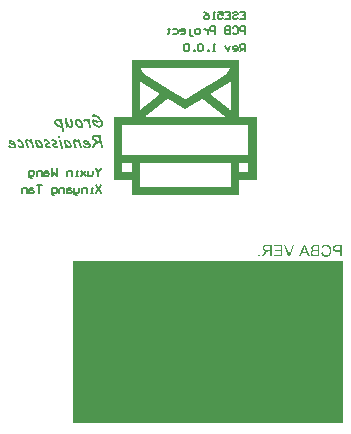
<source format=gbo>
G04*
G04 #@! TF.GenerationSoftware,Altium Limited,Altium NEXUS,4.7.2 (13)*
G04*
G04 Layer_Color=32896*
%FSLAX25Y25*%
%MOIN*%
G70*
G04*
G04 #@! TF.SameCoordinates,2623A66C-A178-4ADA-913C-0C76BB464C87*
G04*
G04*
G04 #@! TF.FilePolarity,Positive*
G04*
G01*
G75*
%ADD16C,0.00800*%
%ADD191R,0.90019X0.54256*%
G36*
X216794Y146273D02*
Y135287D01*
X222753D01*
Y114154D01*
X216794D01*
Y109219D01*
X181044D01*
Y114154D01*
X175085D01*
Y135287D01*
X181044D01*
Y154466D01*
X216794D01*
Y146366D01*
Y146273D01*
D02*
G37*
G36*
X157642Y134697D02*
X157698Y134688D01*
X157744Y134669D01*
X157753Y134660D01*
X157799Y134623D01*
X157827Y134596D01*
X157846Y134558D01*
X157855Y134549D01*
X157873Y134494D01*
X157883Y134438D01*
X157892Y134401D01*
Y134383D01*
Y134309D01*
Y134244D01*
Y134188D01*
Y134179D01*
Y134170D01*
Y134087D01*
X157901Y134013D01*
X157910Y133957D01*
Y133948D01*
Y133939D01*
X157920Y133846D01*
X157938Y133754D01*
X157947Y133707D01*
Y133680D01*
X157957Y133661D01*
Y133652D01*
X158095Y132958D01*
X158123Y132810D01*
X158142Y132736D01*
X158151Y132681D01*
X158160Y132634D01*
X158169Y132597D01*
X158179Y132570D01*
Y132561D01*
X158206Y132431D01*
X158225Y132320D01*
X158234Y132283D01*
X158243Y132246D01*
X158253Y132228D01*
Y132218D01*
X158271Y132098D01*
X158299Y131996D01*
X158308Y131959D01*
Y131931D01*
X158317Y131913D01*
Y131904D01*
X158336Y131793D01*
X158364Y131682D01*
X158373Y131635D01*
X158382Y131598D01*
X158391Y131580D01*
Y131571D01*
X158419Y131432D01*
X158447Y131312D01*
X158456Y131265D01*
X158465Y131228D01*
X158475Y131201D01*
Y131192D01*
X158512Y131034D01*
X158530Y130951D01*
X158549Y130877D01*
X158558Y130812D01*
X158576Y130766D01*
X158586Y130729D01*
Y130720D01*
X158595Y130655D01*
Y130627D01*
Y130618D01*
X158586Y130544D01*
X158549Y130489D01*
X158502Y130442D01*
X158447Y130414D01*
X158401Y130396D01*
X158354Y130387D01*
X158308D01*
X158243Y130396D01*
X158216D01*
X158179Y130405D01*
X158142Y130414D01*
X158114Y130424D01*
X158105D01*
X158068Y130442D01*
X158031Y130461D01*
X158012Y130470D01*
X158003Y130479D01*
X157975Y130507D01*
X157957Y130535D01*
X157938Y130553D01*
Y130562D01*
X157929Y130609D01*
X157920Y130664D01*
X157910Y130701D01*
Y130710D01*
X157892Y130775D01*
X157883Y130831D01*
X157873Y130868D01*
Y130886D01*
X157855Y130960D01*
X157836Y131025D01*
X157827Y131071D01*
Y131080D01*
Y131090D01*
X157809Y131164D01*
X157799Y131219D01*
X157790Y131256D01*
Y131265D01*
X157772Y131386D01*
X157744Y131488D01*
X157735Y131534D01*
Y131571D01*
X157725Y131589D01*
Y131598D01*
X157698Y131719D01*
X157670Y131820D01*
X157661Y131867D01*
Y131895D01*
X157651Y131913D01*
Y131922D01*
X157614Y131885D01*
X157559Y131848D01*
X157513Y131839D01*
X157503Y131830D01*
X157494D01*
X157402Y131811D01*
X157318Y131802D01*
X157235D01*
X157161Y131811D01*
X157096Y131820D01*
X157050Y131830D01*
X157032D01*
X156939Y131858D01*
X156865Y131885D01*
X156800Y131904D01*
X156791Y131913D01*
X156782D01*
X156652Y131968D01*
X156532Y132024D01*
X156486Y132043D01*
X156449Y132061D01*
X156430Y132080D01*
X156421D01*
X156282Y132153D01*
X156162Y132218D01*
X156116Y132246D01*
X156079Y132264D01*
X156060Y132274D01*
X156051Y132283D01*
X155922Y132376D01*
X155811Y132459D01*
X155774Y132496D01*
X155746Y132514D01*
X155727Y132533D01*
X155718Y132542D01*
X155607Y132653D01*
X155524Y132755D01*
X155496Y132792D01*
X155468Y132819D01*
X155459Y132838D01*
X155450Y132847D01*
X155367Y132967D01*
X155311Y133079D01*
X155293Y133125D01*
X155274Y133162D01*
X155265Y133189D01*
Y133199D01*
X155219Y133347D01*
X155200Y133476D01*
X155191Y133532D01*
Y133569D01*
Y133597D01*
Y133606D01*
X155200Y133735D01*
X155219Y133846D01*
X155228Y133893D01*
X155237Y133930D01*
X155246Y133948D01*
Y133957D01*
X155293Y134078D01*
X155357Y134179D01*
X155385Y134216D01*
X155404Y134244D01*
X155413Y134263D01*
X155422Y134272D01*
X155515Y134364D01*
X155607Y134429D01*
X155644Y134457D01*
X155681Y134475D01*
X155700Y134485D01*
X155709D01*
X155848Y134531D01*
X155977Y134558D01*
X156023Y134568D01*
X156208D01*
X156310Y134558D01*
X156347D01*
X156375Y134549D01*
X156403D01*
X156514Y134531D01*
X156606Y134512D01*
X156643Y134503D01*
X156671D01*
X156689Y134494D01*
X156699D01*
X156810Y134466D01*
X156902Y134429D01*
X156939Y134411D01*
X156967Y134401D01*
X156985Y134392D01*
X156995D01*
X157041Y134373D01*
X157078Y134346D01*
X157096Y134327D01*
X157115Y134309D01*
X157133Y134281D01*
Y134300D01*
Y134327D01*
X157143Y134364D01*
Y134373D01*
X157152Y134438D01*
X157170Y134494D01*
X157189Y134531D01*
X157198Y134540D01*
X157235Y134586D01*
X157272Y134633D01*
X157309Y134651D01*
X157328Y134660D01*
X157402Y134688D01*
X157485Y134697D01*
X157540Y134706D01*
X157568D01*
X157642Y134697D01*
D02*
G37*
G36*
X166846Y134725D02*
X166892Y134706D01*
X166929Y134688D01*
X166938Y134679D01*
X166975Y134633D01*
X167003Y134577D01*
X167022Y134521D01*
X167031Y134512D01*
Y134503D01*
X167049Y134438D01*
X167059Y134383D01*
X167068Y134346D01*
Y134327D01*
X167077Y134263D01*
Y134198D01*
Y134151D01*
Y134142D01*
Y134133D01*
Y134096D01*
Y134087D01*
Y134078D01*
Y134050D01*
Y134040D01*
Y134031D01*
X167105Y133874D01*
X167123Y133791D01*
X167133Y133726D01*
X167142Y133661D01*
X167151Y133615D01*
X167160Y133587D01*
Y133578D01*
X167197Y133402D01*
X167216Y133328D01*
X167225Y133254D01*
X167244Y133189D01*
X167253Y133143D01*
X167262Y133106D01*
Y133097D01*
X167299Y132921D01*
X167318Y132838D01*
X167336Y132755D01*
X167355Y132690D01*
X167364Y132644D01*
X167373Y132607D01*
Y132597D01*
X167401Y132422D01*
X167419Y132339D01*
X167429Y132274D01*
X167438Y132218D01*
X167447Y132172D01*
X167456Y132144D01*
Y132135D01*
X167466Y132089D01*
X167475Y132052D01*
Y132024D01*
Y132015D01*
X167466Y131922D01*
X167438Y131848D01*
X167410Y131802D01*
X167401Y131793D01*
Y131783D01*
X167327Y131728D01*
X167253Y131700D01*
X167216D01*
X167188Y131691D01*
X167160D01*
X167086Y131700D01*
X167031Y131710D01*
X166994Y131719D01*
X166985Y131728D01*
X166938Y131756D01*
X166892Y131783D01*
X166874Y131811D01*
X166864Y131820D01*
X166846Y131885D01*
X166827Y131941D01*
Y131987D01*
Y132006D01*
X166818Y132080D01*
Y132144D01*
Y132181D01*
Y132191D01*
Y132255D01*
X166763Y132477D01*
X166744Y132579D01*
X166716Y132671D01*
X166707Y132746D01*
X166689Y132801D01*
X166679Y132838D01*
Y132847D01*
X166652Y132949D01*
X166624Y133042D01*
X166605Y133125D01*
X166587Y133189D01*
X166568Y133245D01*
X166559Y133282D01*
X166550Y133310D01*
Y133319D01*
X166494Y133384D01*
X166439Y133458D01*
X166402Y133513D01*
X166383Y133522D01*
Y133532D01*
X166309Y133624D01*
X166235Y133698D01*
X166189Y133745D01*
X166180Y133763D01*
X166171D01*
X166087Y133837D01*
X166013Y133893D01*
X165958Y133930D01*
X165949Y133939D01*
X165939D01*
X165847Y133985D01*
X165754Y134003D01*
X165717Y134013D01*
X165643D01*
Y134003D01*
Y133994D01*
X165616Y133957D01*
X165606Y133948D01*
Y133939D01*
X165579Y133893D01*
X165560Y133883D01*
Y133874D01*
X165523Y133828D01*
X165505Y133818D01*
Y133809D01*
X165458Y133782D01*
X165412Y133754D01*
X165375Y133745D01*
X165366Y133735D01*
X165310Y133717D01*
X165264Y133707D01*
X165218D01*
X165162Y133717D01*
X165125Y133726D01*
X165098Y133735D01*
X165088Y133745D01*
X165051Y133772D01*
X165024Y133800D01*
X165014Y133818D01*
X165005Y133828D01*
X164977Y133865D01*
X164959Y133902D01*
X164950Y133930D01*
Y133939D01*
X164931Y133985D01*
X164922Y134022D01*
Y134050D01*
Y134059D01*
X164931Y134151D01*
X164959Y134225D01*
X164987Y134281D01*
X164996Y134290D01*
Y134300D01*
X165051Y134392D01*
X165116Y134457D01*
X165162Y134494D01*
X165172Y134512D01*
X165181D01*
X165227Y134540D01*
X165273Y134568D01*
X165310Y134577D01*
X165320Y134586D01*
X165366Y134614D01*
X165412Y134623D01*
X165440Y134633D01*
X165449D01*
X165523Y134651D01*
X165551Y134660D01*
X165560D01*
X165597Y134669D01*
X165662D01*
X165764Y134660D01*
X165847Y134642D01*
X165884Y134633D01*
X165912Y134623D01*
X165921Y134614D01*
X165930D01*
X166023Y134577D01*
X166097Y134531D01*
X166152Y134503D01*
X166161Y134485D01*
X166171D01*
X166254Y134429D01*
X166319Y134373D01*
X166365Y134327D01*
X166374Y134318D01*
X166383Y134309D01*
X166411Y134272D01*
X166439Y134244D01*
Y134225D01*
Y134188D01*
Y134179D01*
Y134161D01*
X166448Y134170D01*
Y134198D01*
Y134225D01*
X166439Y134244D01*
Y134253D01*
Y134263D01*
Y134272D01*
Y134327D01*
Y134383D01*
X166448Y134420D01*
Y134429D01*
X166457Y134485D01*
X166476Y134531D01*
X166485Y134568D01*
X166494Y134577D01*
X166522Y134623D01*
X166559Y134660D01*
X166587Y134679D01*
X166596Y134688D01*
X166652Y134716D01*
X166707Y134725D01*
X166753Y134734D01*
X166772D01*
X166846Y134725D01*
D02*
G37*
G36*
X168640Y136223D02*
X168742Y136214D01*
X168779Y136205D01*
X168816Y136196D01*
X168835Y136187D01*
X168844D01*
X168964Y136150D01*
X169066Y136112D01*
X169112Y136094D01*
X169140Y136075D01*
X169158Y136066D01*
X169168D01*
X169279Y136011D01*
X169380Y135955D01*
X169427Y135937D01*
X169454Y135918D01*
X169473Y135900D01*
X169482D01*
X169584Y135835D01*
X169676Y135780D01*
X169713Y135752D01*
X169741Y135742D01*
X169750Y135724D01*
X169760D01*
X169917Y135613D01*
X169991Y135557D01*
X170056Y135502D01*
X170102Y135456D01*
X170148Y135419D01*
X170176Y135400D01*
X170185Y135391D01*
X170342Y135252D01*
X170407Y135178D01*
X170472Y135123D01*
X170527Y135067D01*
X170564Y135021D01*
X170592Y134993D01*
X170601Y134984D01*
X170740Y134818D01*
X170805Y134743D01*
X170860Y134669D01*
X170907Y134614D01*
X170944Y134558D01*
X170962Y134531D01*
X170971Y134521D01*
X171092Y134346D01*
X171138Y134263D01*
X171184Y134188D01*
X171221Y134124D01*
X171240Y134078D01*
X171258Y134040D01*
X171267Y134031D01*
X171351Y133846D01*
X171388Y133763D01*
X171415Y133689D01*
X171443Y133633D01*
X171452Y133587D01*
X171471Y133550D01*
Y133541D01*
X171508Y133365D01*
X171517Y133282D01*
X171526Y133217D01*
X171536Y133152D01*
Y133106D01*
Y133079D01*
Y133069D01*
X171526Y132921D01*
X171517Y132847D01*
X171508Y132792D01*
X171499Y132746D01*
X171489Y132709D01*
X171480Y132681D01*
Y132671D01*
X171425Y132542D01*
X171369Y132440D01*
X171351Y132394D01*
X171332Y132366D01*
X171314Y132348D01*
Y132339D01*
X171230Y132237D01*
X171147Y132153D01*
X171119Y132116D01*
X171092Y132089D01*
X171073Y132080D01*
X171064Y132070D01*
X170944Y131996D01*
X170842Y131941D01*
X170805Y131913D01*
X170768Y131895D01*
X170749Y131885D01*
X170740D01*
X170694Y131858D01*
X170685Y131848D01*
X170675D01*
X170601Y131830D01*
X170574Y131820D01*
X170564D01*
X170518Y131811D01*
X170472D01*
X170435Y131802D01*
X170426D01*
X170361Y131793D01*
X170167D01*
X170120Y131802D01*
X170074D01*
X170019Y131820D01*
X169963Y131830D01*
X169926Y131839D01*
X169917D01*
X169861Y131858D01*
X169806Y131867D01*
X169769Y131876D01*
X169760D01*
X169732Y131885D01*
X169723Y131895D01*
X169713Y131913D01*
Y131922D01*
X169723D01*
X169676Y131968D01*
X169547Y131996D01*
X169427Y132043D01*
X169316Y132080D01*
X169214Y132126D01*
X169131Y132163D01*
X169075Y132191D01*
X169029Y132209D01*
X169020Y132218D01*
X168909Y132292D01*
X168807Y132366D01*
X168705Y132431D01*
X168631Y132505D01*
X168557Y132561D01*
X168511Y132607D01*
X168474Y132634D01*
X168465Y132644D01*
X168372Y132736D01*
X168289Y132829D01*
X168206Y132912D01*
X168141Y132995D01*
X168095Y133069D01*
X168058Y133125D01*
X168030Y133162D01*
X168021Y133171D01*
X167900Y133402D01*
X167854Y133513D01*
X167808Y133615D01*
X167780Y133698D01*
X167762Y133763D01*
X167743Y133809D01*
Y133828D01*
X167725Y133893D01*
Y133911D01*
Y133920D01*
X167715Y133985D01*
Y134003D01*
Y134013D01*
X167725Y134087D01*
X167734Y134151D01*
X167743Y134188D01*
X167752Y134207D01*
X167780Y134272D01*
X167817Y134327D01*
X167845Y134364D01*
X167854Y134373D01*
X167910Y134420D01*
X167965Y134457D01*
X168002Y134475D01*
X168011Y134485D01*
X168021D01*
X168095Y134503D01*
X168159Y134521D01*
X168233D01*
X168317Y134512D01*
X168400Y134503D01*
X168428Y134494D01*
X168455D01*
X168474Y134485D01*
X168483D01*
X168585Y134457D01*
X168668Y134429D01*
X168724Y134411D01*
X168733Y134401D01*
X168742D01*
X168835Y134364D01*
X168918Y134336D01*
X168955Y134318D01*
X168973Y134309D01*
X168992Y134300D01*
X169001D01*
X169047Y134281D01*
X169075Y134263D01*
X169121Y134244D01*
X169140Y134235D01*
X169168D01*
X169186Y134225D01*
X169205Y134216D01*
X169214D01*
X169260Y134207D01*
X169269Y134198D01*
X169279D01*
X169316Y134188D01*
X169325Y134179D01*
X169334D01*
X169353Y134170D01*
X169408Y134161D01*
X169473D01*
X169519Y134151D01*
X169538D01*
X169612Y134142D01*
X169676Y134124D01*
X169723Y134105D01*
X169732Y134096D01*
X169741D01*
X169815Y134059D01*
X169871Y134022D01*
X169908Y133994D01*
X169926Y133976D01*
X169972Y133902D01*
X170000Y133828D01*
X170009Y133772D01*
Y133754D01*
Y133745D01*
Y133689D01*
X170000Y133652D01*
X169991Y133615D01*
Y133606D01*
X169972Y133560D01*
X169945Y133522D01*
X169935Y133495D01*
X169926Y133485D01*
X169852Y133430D01*
X169824Y133412D01*
X169815Y133402D01*
X169769Y133384D01*
X169723Y133375D01*
X169676D01*
X169621Y133384D01*
X169612Y133393D01*
X169602D01*
X169556Y133412D01*
X169538Y133421D01*
X169491Y133439D01*
X169473Y133449D01*
X169436Y133467D01*
X169427D01*
X169390Y133476D01*
X169353Y133485D01*
X169316Y133504D01*
X169306D01*
X169232Y133532D01*
X169168Y133560D01*
X169121Y133569D01*
X169112Y133578D01*
X169103D01*
X169010Y133606D01*
X168927Y133633D01*
X168890Y133643D01*
X168872Y133652D01*
X168853Y133661D01*
X168844D01*
X168742Y133698D01*
X168659Y133726D01*
X168613Y133745D01*
X168594Y133754D01*
X168520Y133782D01*
X168455Y133800D01*
X168418Y133818D01*
X168409D01*
X168403Y133820D01*
X168492Y133643D01*
X168557Y133550D01*
X168613Y133458D01*
X168659Y133384D01*
X168696Y133328D01*
X168724Y133291D01*
X168733Y133282D01*
X168816Y133189D01*
X168890Y133097D01*
X168973Y133023D01*
X169047Y132958D01*
X169103Y132903D01*
X169149Y132866D01*
X169186Y132838D01*
X169195Y132829D01*
X169297Y132773D01*
X169380Y132727D01*
X169445Y132690D01*
X169454Y132681D01*
X169464D01*
X169556Y132625D01*
X169630Y132588D01*
X169695Y132551D01*
X169704Y132542D01*
X169713D01*
X169806Y132505D01*
X169880Y132477D01*
X169935Y132459D01*
X169945Y132449D01*
X169954D01*
X170028Y132431D01*
X170093Y132422D01*
X170139Y132413D01*
X170157D01*
X170231Y132422D01*
X170296Y132431D01*
X170342Y132440D01*
X170352Y132449D01*
X170361D01*
X170426Y132459D01*
X170472D01*
X170500Y132440D01*
X170509Y132431D01*
X170574Y132514D01*
X170629Y132588D01*
X170675Y132653D01*
X170712Y132709D01*
X170740Y132746D01*
X170759Y132773D01*
X170777Y132792D01*
Y132801D01*
X170823Y132903D01*
X170851Y133004D01*
Y133051D01*
X170860Y133088D01*
Y133106D01*
Y133115D01*
X170851Y133208D01*
X170842Y133291D01*
X170823Y133384D01*
X170805Y133458D01*
X170786Y133522D01*
X170777Y133569D01*
X170759Y133606D01*
Y133615D01*
X170675Y133809D01*
X170629Y133893D01*
X170583Y133976D01*
X170546Y134040D01*
X170509Y134087D01*
X170490Y134124D01*
X170481Y134133D01*
X170333Y134318D01*
X170268Y134401D01*
X170204Y134485D01*
X170148Y134540D01*
X170102Y134596D01*
X170074Y134623D01*
X170065Y134633D01*
X169889Y134799D01*
X169815Y134873D01*
X169741Y134938D01*
X169676Y134984D01*
X169630Y135030D01*
X169593Y135049D01*
X169584Y135058D01*
X169399Y135197D01*
X169306Y135252D01*
X169232Y135299D01*
X169168Y135336D01*
X169121Y135363D01*
X169084Y135382D01*
X169075Y135391D01*
X168890Y135474D01*
X168807Y135511D01*
X168733Y135539D01*
X168677Y135557D01*
X168631Y135567D01*
X168603Y135576D01*
X168520D01*
X168483Y135567D01*
X168465Y135557D01*
X168446Y135548D01*
X168437Y135539D01*
X168372Y135484D01*
X168344Y135456D01*
X168335Y135447D01*
X168289Y135409D01*
X168252Y135372D01*
X168224Y135345D01*
X168215Y135336D01*
X168150Y135308D01*
X168095Y135299D01*
X168048Y135289D01*
X168030D01*
X167974Y135299D01*
X167947D01*
X167928Y135308D01*
X167910Y135326D01*
X167882Y135382D01*
X167876Y135415D01*
X167854Y135437D01*
X167836Y135456D01*
Y135465D01*
X167817Y135511D01*
X167808Y135539D01*
Y135557D01*
X167799Y135604D01*
X167789Y135641D01*
Y135669D01*
Y135678D01*
X167799Y135770D01*
X167826Y135844D01*
X167854Y135890D01*
X167863Y135909D01*
X167919Y135983D01*
X167974Y136038D01*
X168011Y136075D01*
X168021Y136085D01*
X168030D01*
X168113Y136131D01*
X168187Y136168D01*
X168243Y136187D01*
X168252Y136196D01*
X168261D01*
X168354Y136214D01*
X168437Y136233D01*
X168520D01*
X168640Y136223D01*
D02*
G37*
G36*
X163026Y134790D02*
X163100Y134781D01*
X163155Y134762D01*
X163201Y134734D01*
X163248Y134706D01*
X163275Y134688D01*
X163285Y134679D01*
X163294Y134669D01*
X163349Y134660D01*
X163405Y134651D01*
X163451Y134642D01*
X163460Y134633D01*
X163470D01*
X163534Y134614D01*
X163581Y134586D01*
X163608Y134577D01*
X163618Y134568D01*
X163719Y134503D01*
X163821Y134438D01*
X163904Y134373D01*
X163978Y134309D01*
X164043Y134263D01*
X164089Y134225D01*
X164117Y134198D01*
X164126Y134188D01*
X164274Y134040D01*
X164339Y133967D01*
X164395Y133902D01*
X164432Y133846D01*
X164469Y133809D01*
X164487Y133782D01*
X164496Y133772D01*
X164598Y133615D01*
X164644Y133541D01*
X164681Y133476D01*
X164709Y133430D01*
X164728Y133384D01*
X164746Y133356D01*
Y133347D01*
X164811Y133199D01*
X164829Y133134D01*
X164848Y133079D01*
X164866Y133032D01*
X164876Y132995D01*
X164885Y132967D01*
Y132958D01*
X164913Y132801D01*
X164931Y132736D01*
Y132671D01*
X164940Y132625D01*
Y132588D01*
Y132561D01*
Y132551D01*
X164931Y132403D01*
X164922Y132339D01*
X164913Y132283D01*
X164903Y132237D01*
X164894Y132200D01*
X164885Y132181D01*
Y132172D01*
X164829Y132061D01*
X164774Y131968D01*
X164746Y131931D01*
X164728Y131904D01*
X164718Y131895D01*
X164709Y131885D01*
X164607Y131811D01*
X164506Y131756D01*
X164469Y131737D01*
X164432Y131719D01*
X164413Y131710D01*
X164404D01*
X164265Y131673D01*
X164126Y131654D01*
X164071Y131645D01*
X163978D01*
X163803Y131654D01*
X163729Y131663D01*
X163655Y131682D01*
X163599Y131691D01*
X163562Y131700D01*
X163534Y131710D01*
X163525D01*
X163377Y131765D01*
X163322Y131793D01*
X163266Y131820D01*
X163220Y131848D01*
X163183Y131867D01*
X163164Y131876D01*
X163155Y131885D01*
X162979Y132024D01*
X162905Y132089D01*
X162841Y132144D01*
X162785Y132200D01*
X162748Y132237D01*
X162720Y132264D01*
X162711Y132274D01*
X162572Y132440D01*
X162517Y132514D01*
X162471Y132588D01*
X162434Y132644D01*
X162406Y132690D01*
X162387Y132718D01*
X162378Y132727D01*
X162276Y132903D01*
X162239Y132986D01*
X162212Y133060D01*
X162184Y133125D01*
X162165Y133171D01*
X162156Y133208D01*
Y133217D01*
X162110Y133402D01*
X162101Y133485D01*
X162091Y133560D01*
X162082Y133624D01*
Y133670D01*
Y133707D01*
Y133717D01*
Y133791D01*
Y133846D01*
X162091Y133883D01*
Y133902D01*
X162101Y133957D01*
X162110Y134013D01*
X162119Y134050D01*
X162128Y134059D01*
X162147Y134115D01*
X162156Y134161D01*
X162165Y134188D01*
X162175Y134198D01*
X162193Y134244D01*
X162221Y134290D01*
X162230Y134318D01*
X162239Y134327D01*
X162286Y134411D01*
X162332Y134475D01*
X162378Y134531D01*
X162424Y134586D01*
X162461Y134623D01*
X162498Y134651D01*
X162517Y134660D01*
X162526Y134669D01*
X162591Y134716D01*
X162665Y134743D01*
X162804Y134781D01*
X162859Y134790D01*
X162905Y134799D01*
X162952D01*
X163026Y134790D01*
D02*
G37*
G36*
X159224Y134864D02*
X159289Y134845D01*
X159335Y134827D01*
X159344Y134818D01*
X159381Y134762D01*
X159418Y134697D01*
X159427Y134642D01*
X159437Y134633D01*
Y134623D01*
X159511Y134244D01*
X159529Y134170D01*
X159548Y134087D01*
X159557Y134031D01*
X159566Y134013D01*
Y134003D01*
X159585Y133893D01*
X159612Y133791D01*
X159622Y133754D01*
X159631Y133717D01*
X159640Y133698D01*
Y133689D01*
X159677Y133578D01*
X159714Y133476D01*
X159723Y133430D01*
X159742Y133402D01*
X159751Y133384D01*
Y133375D01*
X159797Y133273D01*
X159834Y133189D01*
X159862Y133125D01*
X159871Y133115D01*
Y133106D01*
X159955Y132949D01*
X160001Y132884D01*
X160047Y132819D01*
X160084Y132764D01*
X160103Y132755D01*
Y132746D01*
X160167Y132662D01*
X160232Y132588D01*
X160288Y132533D01*
X160297Y132524D01*
X160306Y132514D01*
X160389Y132440D01*
X160463Y132385D01*
X160519Y132348D01*
X160528Y132339D01*
X160537D01*
X160621Y132301D01*
X160685Y132283D01*
X160732Y132274D01*
X160750D01*
X160778Y132283D01*
X160806Y132292D01*
X160824Y132301D01*
X160833D01*
X160880Y132366D01*
X160889Y132385D01*
X160898Y132394D01*
X160917Y132440D01*
X160935Y132477D01*
X160944Y132505D01*
Y132514D01*
X160954Y132570D01*
Y132616D01*
Y132644D01*
Y132653D01*
X160944Y132709D01*
X160935Y132764D01*
X160926Y132810D01*
Y132819D01*
Y132829D01*
X160898Y132931D01*
X160870Y133023D01*
X160861Y133069D01*
X160852Y133106D01*
X160843Y133125D01*
Y133134D01*
X160796Y133291D01*
X160750Y133430D01*
X160732Y133495D01*
X160713Y133541D01*
X160704Y133578D01*
Y133587D01*
X160676Y133689D01*
X160639Y133800D01*
X160611Y133911D01*
X160584Y134003D01*
X160556Y134096D01*
X160537Y134161D01*
X160519Y134207D01*
Y134225D01*
X160500Y134281D01*
X160491Y134336D01*
Y134373D01*
Y134383D01*
X160500Y134457D01*
X160510Y134512D01*
X160528Y134549D01*
X160537Y134558D01*
X160584Y134605D01*
X160630Y134633D01*
X160676Y134651D01*
X160695D01*
X160750Y134660D01*
X160778Y134669D01*
X160787D01*
X160843Y134679D01*
X160870D01*
X160926Y134688D01*
X160954D01*
X161000Y134679D01*
X161009Y134669D01*
X161018D01*
X161065Y134651D01*
X161074Y134642D01*
X161083Y134633D01*
X161120Y134586D01*
X161129Y134568D01*
X161139Y134558D01*
X161176Y134503D01*
X161185Y134475D01*
Y134466D01*
X161203Y134411D01*
X161213Y134364D01*
X161222Y134327D01*
X161231Y134309D01*
X161250Y134235D01*
X161268Y134161D01*
X161277Y134105D01*
X161287Y134096D01*
Y134087D01*
X161305Y133985D01*
X161333Y133874D01*
X161342Y133828D01*
X161351Y133791D01*
X161361Y133763D01*
Y133754D01*
X161398Y133615D01*
X161416Y133550D01*
X161425Y133504D01*
X161444Y133458D01*
X161453Y133430D01*
X161462Y133412D01*
Y133402D01*
X161481Y133347D01*
X161490Y133291D01*
X161499Y133254D01*
X161509Y133236D01*
X161527Y133171D01*
X161546Y133106D01*
X161555Y133060D01*
X161564Y133051D01*
Y133042D01*
X161573Y132967D01*
X161592Y132894D01*
X161601Y132847D01*
Y132838D01*
Y132829D01*
X161610Y132746D01*
X161620Y132671D01*
Y132616D01*
Y132607D01*
Y132597D01*
X161610Y132449D01*
X161592Y132376D01*
X161583Y132320D01*
X161564Y132264D01*
X161555Y132228D01*
X161546Y132200D01*
Y132191D01*
X161518Y132116D01*
X161472Y132052D01*
X161388Y131941D01*
X161351Y131895D01*
X161324Y131858D01*
X161305Y131839D01*
X161296Y131830D01*
X161268Y131802D01*
X161231Y131783D01*
X161203Y131765D01*
X161194Y131756D01*
X161148Y131728D01*
X161102Y131710D01*
X161074Y131700D01*
X161065Y131691D01*
X161009Y131673D01*
X160963Y131654D01*
X160935Y131645D01*
X160926D01*
X160880Y131626D01*
X160843Y131617D01*
X160806D01*
X160658Y131635D01*
X160593Y131645D01*
X160537Y131663D01*
X160491Y131682D01*
X160454Y131691D01*
X160436Y131710D01*
X160426D01*
X160297Y131783D01*
X160195Y131858D01*
X160158Y131895D01*
X160130Y131922D01*
X160112Y131931D01*
X160103Y131941D01*
X160001Y132043D01*
X159918Y132144D01*
X159890Y132181D01*
X159862Y132209D01*
X159853Y132228D01*
X159844Y132237D01*
X159760Y132348D01*
X159709Y132406D01*
X159686Y131996D01*
X159677Y131931D01*
X159668Y131904D01*
Y131895D01*
X159659Y131858D01*
X159640Y131830D01*
X159631Y131811D01*
X159622Y131802D01*
X159594Y131774D01*
X159557Y131765D01*
X159529Y131746D01*
X159520D01*
X159464Y131728D01*
X159409Y131719D01*
X159353D01*
X159261Y131728D01*
X159187Y131756D01*
X159150Y131774D01*
X159141Y131783D01*
X159094Y131848D01*
X159057Y131913D01*
X159039Y131968D01*
X159030Y131978D01*
Y131987D01*
X159020Y132015D01*
Y132052D01*
Y132080D01*
Y132089D01*
X159011Y132144D01*
Y132191D01*
Y132218D01*
Y132228D01*
Y132339D01*
Y132440D01*
X159020Y132477D01*
Y132505D01*
Y132524D01*
Y132533D01*
X159030Y132653D01*
Y132746D01*
Y132792D01*
Y132819D01*
Y132838D01*
Y132847D01*
Y132921D01*
X159020Y132986D01*
Y133032D01*
Y133042D01*
Y133051D01*
X159002Y133134D01*
X158993Y133208D01*
X158983Y133254D01*
Y133264D01*
Y133273D01*
X158965Y133356D01*
X158956Y133430D01*
X158937Y133485D01*
Y133495D01*
Y133504D01*
X158919Y133597D01*
X158900Y133670D01*
X158882Y133726D01*
Y133735D01*
Y133745D01*
X158845Y133874D01*
X158826Y133994D01*
X158808Y134040D01*
Y134078D01*
X158798Y134105D01*
Y134115D01*
X158771Y134253D01*
X158761Y134309D01*
Y134355D01*
X158752Y134392D01*
Y134429D01*
Y134438D01*
Y134448D01*
Y134531D01*
X158761Y134586D01*
X158771Y134633D01*
X158780Y134642D01*
X158798Y134697D01*
X158826Y134743D01*
X158845Y134771D01*
X158854Y134781D01*
X158891Y134818D01*
X158928Y134836D01*
X158965Y134854D01*
X158974D01*
X159030Y134864D01*
X159076Y134873D01*
X159131D01*
X159224Y134864D01*
D02*
G37*
G36*
X170389Y129467D02*
X170481Y129430D01*
X170509Y129412D01*
X170537Y129393D01*
X170546Y129384D01*
X170555Y129375D01*
X170620Y129291D01*
X170657Y129199D01*
X170675Y129162D01*
X170685Y129125D01*
X170694Y129106D01*
Y129097D01*
X170712Y129023D01*
X170722Y128968D01*
Y128931D01*
Y128921D01*
Y128866D01*
X170712Y128820D01*
Y128792D01*
Y128783D01*
X170703Y128736D01*
Y128700D01*
Y128672D01*
Y128663D01*
Y128607D01*
Y128561D01*
X170712Y128524D01*
Y128505D01*
X170722Y128440D01*
X170731Y128394D01*
X170740Y128357D01*
Y128339D01*
X170749Y128274D01*
X170768Y128228D01*
X170777Y128191D01*
Y128172D01*
X170786Y128117D01*
X170805Y128061D01*
X170814Y128024D01*
Y128015D01*
X170879Y127756D01*
X170944Y127506D01*
X171008Y127275D01*
X171064Y127071D01*
X171082Y126979D01*
X171110Y126896D01*
X171129Y126822D01*
X171147Y126757D01*
X171156Y126711D01*
X171166Y126674D01*
X171175Y126655D01*
Y126646D01*
X171240Y126396D01*
X171304Y126165D01*
X171360Y125943D01*
X171415Y125749D01*
X171434Y125656D01*
X171452Y125582D01*
X171471Y125508D01*
X171489Y125453D01*
X171499Y125407D01*
X171508Y125370D01*
X171517Y125351D01*
Y125342D01*
X171526Y125305D01*
Y125268D01*
X171536Y125249D01*
Y125240D01*
Y125185D01*
Y125157D01*
Y125147D01*
X171526Y125064D01*
X171499Y124999D01*
X171480Y124953D01*
X171471Y124935D01*
X171443Y124907D01*
X171406Y124879D01*
X171332Y124852D01*
X171295D01*
X171267Y124842D01*
X171240D01*
X171175Y124852D01*
X171119Y124870D01*
X171082Y124879D01*
X171073Y124889D01*
X171018Y124925D01*
X170971Y124972D01*
X170944Y125009D01*
X170934Y125027D01*
X170916Y125101D01*
X170907Y125129D01*
Y125138D01*
X170888Y125194D01*
X170879Y125249D01*
X170870Y125286D01*
Y125295D01*
X170851Y125370D01*
X170833Y125425D01*
X170814Y125471D01*
Y125490D01*
X170796Y125564D01*
X170777Y125619D01*
X170759Y125656D01*
Y125675D01*
X170740Y125740D01*
X170722Y125795D01*
X170712Y125832D01*
Y125850D01*
X170694Y125906D01*
X170685Y125943D01*
X170675Y125971D01*
Y125980D01*
X170564Y126868D01*
Y126886D01*
X170555Y126813D01*
X170537Y126748D01*
X170527Y126701D01*
X170518Y126683D01*
X170463Y126628D01*
X170407Y126591D01*
X170352Y126563D01*
X170342Y126553D01*
X170333D01*
X170278Y126563D01*
X170222Y126572D01*
X170185Y126581D01*
X170176D01*
X170120Y126591D01*
X170065Y126600D01*
X169972D01*
X169871Y126591D01*
X169778Y126572D01*
X169750Y126553D01*
X169723Y126544D01*
X169704Y126535D01*
X169695D01*
X169584Y126479D01*
X169491Y126424D01*
X169464Y126396D01*
X169436Y126378D01*
X169417Y126368D01*
X169408Y126359D01*
X169306Y126276D01*
X169223Y126193D01*
X169195Y126156D01*
X169168Y126128D01*
X169158Y126110D01*
X169149Y126100D01*
X169057Y125989D01*
X168983Y125888D01*
X168955Y125850D01*
X168927Y125813D01*
X168918Y125795D01*
X168909Y125786D01*
X168844Y125675D01*
X168798Y125573D01*
X168779Y125527D01*
X168761Y125499D01*
X168751Y125480D01*
Y125471D01*
X168705Y125360D01*
X168659Y125268D01*
X168650Y125231D01*
X168631Y125203D01*
X168622Y125194D01*
Y125185D01*
X168576Y125101D01*
X168529Y125037D01*
X168492Y124990D01*
X168483Y124972D01*
X168409Y124925D01*
X168344Y124898D01*
X168280Y124889D01*
X168261D01*
X168206Y124898D01*
X168150Y124907D01*
X168113Y124916D01*
X168104D01*
X168058Y124944D01*
X168011Y124981D01*
X167993Y124999D01*
X167984Y125009D01*
X167947Y125055D01*
X167919Y125101D01*
X167910Y125129D01*
X167900Y125138D01*
X167882Y125194D01*
X167873Y125240D01*
Y125277D01*
Y125286D01*
X167882Y125351D01*
X167891Y125407D01*
X167910Y125443D01*
X167919Y125462D01*
X167974Y125573D01*
X168021Y125665D01*
X168067Y125758D01*
X168104Y125832D01*
X168141Y125897D01*
X168169Y125943D01*
X168178Y125971D01*
X168187Y125980D01*
X168280Y126137D01*
X168326Y126202D01*
X168363Y126258D01*
X168391Y126295D01*
X168418Y126331D01*
X168428Y126350D01*
X168437Y126359D01*
X168529Y126470D01*
X168603Y126553D01*
X168659Y126609D01*
X168668Y126618D01*
X168677Y126628D01*
X168761Y126711D01*
X168835Y126766D01*
X168890Y126813D01*
X168899Y126822D01*
X168909D01*
X168983Y126877D01*
X169057Y126924D01*
X169103Y126951D01*
X169112Y126961D01*
X169121D01*
X169195Y126997D01*
X169251Y127016D01*
X169265Y127020D01*
X169242Y127025D01*
X169205Y127044D01*
X169186Y127053D01*
X169112Y127090D01*
X169038Y127127D01*
X168992Y127155D01*
X168983Y127164D01*
X168973D01*
X168890Y127210D01*
X168816Y127247D01*
X168761Y127275D01*
X168751Y127284D01*
X168742D01*
X168659Y127331D01*
X168594Y127377D01*
X168548Y127404D01*
X168529Y127414D01*
X168363Y127534D01*
X168298Y127589D01*
X168233Y127636D01*
X168187Y127682D01*
X168141Y127719D01*
X168122Y127737D01*
X168113Y127747D01*
X167993Y127885D01*
X167891Y128015D01*
X167863Y128061D01*
X167836Y128098D01*
X167826Y128126D01*
X167817Y128135D01*
X167762Y128274D01*
X167734Y128403D01*
X167725Y128450D01*
Y128487D01*
Y128515D01*
Y128524D01*
Y128598D01*
X167734Y128626D01*
Y128635D01*
Y128681D01*
X167743Y128727D01*
X167752Y128764D01*
X167762Y128773D01*
X167799Y128875D01*
X167845Y128958D01*
X167882Y129005D01*
X167900Y129023D01*
X167965Y129097D01*
X168030Y129162D01*
X168085Y129199D01*
X168095Y129208D01*
X168104D01*
X168187Y129254D01*
X168270Y129291D01*
X168326Y129310D01*
X168344Y129319D01*
X168354D01*
X168446Y129347D01*
X168529Y129366D01*
X168585Y129384D01*
X168603D01*
X168696Y129402D01*
X168770Y129412D01*
X168853D01*
X168936Y129421D01*
X169223D01*
X169279Y129412D01*
X169427D01*
X169473Y129402D01*
X169482D01*
X169538Y129393D01*
X169575D01*
X169602Y129384D01*
X169769D01*
X169806Y129393D01*
X169852D01*
X169898Y129412D01*
X169945Y129421D01*
X169972Y129430D01*
X169982D01*
X170028Y129449D01*
X170074Y129458D01*
X170111Y129467D01*
X170120D01*
X170167Y129476D01*
X170213Y129486D01*
X170324D01*
X170389Y129467D01*
D02*
G37*
G36*
X156893Y128996D02*
X156921Y128986D01*
X156939Y128977D01*
X156995Y128958D01*
X157032Y128940D01*
X157059Y128931D01*
X157069Y128921D01*
X157143Y128857D01*
X157189Y128801D01*
X157217Y128755D01*
X157226Y128746D01*
Y128736D01*
X157254Y128672D01*
X157272Y128616D01*
X157281Y128579D01*
Y128570D01*
X157291Y128542D01*
X157300Y128533D01*
Y128524D01*
Y128478D01*
Y128459D01*
Y128450D01*
Y128403D01*
Y128394D01*
Y128385D01*
X157291Y128357D01*
X157272Y128330D01*
X157254Y128311D01*
X157244Y128302D01*
X157207Y128246D01*
X157170Y128209D01*
X157152Y128191D01*
X157143Y128182D01*
X157096Y128163D01*
X157050Y128154D01*
X156948D01*
X156902Y128163D01*
X156865Y128172D01*
X156856D01*
X156800Y128191D01*
X156745Y128218D01*
X156708Y128228D01*
X156699Y128237D01*
X156643Y128274D01*
X156606Y128302D01*
X156578Y128330D01*
X156569Y128339D01*
X156532Y128385D01*
X156504Y128431D01*
X156495Y128468D01*
X156486Y128478D01*
X156477Y128524D01*
Y128533D01*
Y128542D01*
X156458Y128607D01*
Y128635D01*
Y128644D01*
X156467Y128700D01*
X156477Y128746D01*
X156486Y128773D01*
X156495Y128783D01*
X156532Y128829D01*
X156560Y128857D01*
X156597Y128866D01*
X156606D01*
X156634Y128903D01*
X156643Y128912D01*
X156652Y128921D01*
X156699Y128949D01*
X156717Y128968D01*
X156726D01*
X156763Y128986D01*
X156791Y129005D01*
X156856D01*
X156893Y128996D01*
D02*
G37*
G36*
X159390Y127756D02*
X159492Y127747D01*
X159538Y127737D01*
X159575D01*
X159594Y127728D01*
X159603D01*
X159723Y127691D01*
X159834Y127645D01*
X159871Y127617D01*
X159908Y127599D01*
X159927Y127589D01*
X159936Y127580D01*
X160084Y127469D01*
X160223Y127349D01*
X160343Y127238D01*
X160445Y127127D01*
X160528Y127034D01*
X160584Y126951D01*
X160630Y126905D01*
X160639Y126896D01*
Y126886D01*
X160732Y126729D01*
X160815Y126572D01*
X160889Y126415D01*
X160944Y126267D01*
X160981Y126137D01*
X161009Y126045D01*
X161028Y126008D01*
Y125980D01*
X161037Y125961D01*
Y125952D01*
X161046Y125906D01*
X161065Y125850D01*
X161074Y125823D01*
Y125804D01*
X161083Y125749D01*
Y125703D01*
Y125665D01*
Y125647D01*
X161074Y125517D01*
X161046Y125416D01*
X161028Y125379D01*
X161018Y125351D01*
X161009Y125332D01*
Y125323D01*
X160944Y125231D01*
X160861Y125138D01*
X160824Y125110D01*
X160796Y125083D01*
X160778Y125064D01*
X160769Y125055D01*
X160713Y125027D01*
X160667Y124999D01*
X160630Y124990D01*
X160611Y124981D01*
X160537Y124962D01*
X160482Y124953D01*
X160417D01*
X160325Y124962D01*
X160241Y124990D01*
X160204Y124999D01*
X160186Y125009D01*
X160167Y125018D01*
X160158D01*
X160056Y125064D01*
X159973Y125120D01*
X159936Y125138D01*
X159908Y125157D01*
X159899Y125166D01*
X159890D01*
X159797Y125240D01*
X159714Y125295D01*
X159659Y125342D01*
X159649Y125360D01*
X159640D01*
X159603Y125397D01*
X159575Y125425D01*
X159538Y125480D01*
X159529Y125508D01*
Y125434D01*
X159538Y125360D01*
X159548Y125305D01*
X159557Y125295D01*
Y125286D01*
X159566Y125203D01*
X159575Y125138D01*
Y125092D01*
Y125074D01*
Y125037D01*
X159566Y124999D01*
Y124981D01*
Y124972D01*
X159529Y124925D01*
X159520Y124916D01*
X159511Y124907D01*
X159437Y124879D01*
X159409Y124870D01*
X159400D01*
X159344Y124861D01*
X159289Y124852D01*
X159233D01*
X159168Y124861D01*
X159122Y124870D01*
X159094Y124879D01*
X159085D01*
X159039Y124907D01*
X159011Y124925D01*
X159002Y124944D01*
X158993Y124953D01*
X158946Y125018D01*
X158937Y125037D01*
Y125046D01*
X158919Y125101D01*
X158909Y125110D01*
Y125120D01*
X158891Y125194D01*
X158882Y125259D01*
X158872Y125305D01*
Y125314D01*
Y125323D01*
X158863Y125407D01*
Y125480D01*
X158854Y125536D01*
Y125545D01*
Y125555D01*
X158465Y127118D01*
X158447Y127164D01*
X158428Y127210D01*
X158419Y127247D01*
Y127257D01*
X158401Y127312D01*
X158391Y127367D01*
Y127404D01*
Y127423D01*
Y127469D01*
X158401Y127506D01*
X158410Y127534D01*
Y127543D01*
X158428Y127589D01*
X158447Y127627D01*
X158465Y127645D01*
X158475Y127654D01*
X158512Y127691D01*
X158549Y127719D01*
X158586Y127728D01*
X158595Y127737D01*
X158650Y127756D01*
X158706Y127765D01*
X158835D01*
X158854Y127756D01*
X158863D01*
X158937Y127747D01*
X158965Y127737D01*
X158974D01*
X159020Y127747D01*
X159067D01*
X159104Y127756D01*
X159122D01*
X159178Y127765D01*
X159270D01*
X159390Y127756D01*
D02*
G37*
G36*
X149835D02*
X149937Y127747D01*
X149983Y127737D01*
X150020D01*
X150039Y127728D01*
X150048D01*
X150168Y127691D01*
X150279Y127645D01*
X150316Y127617D01*
X150353Y127599D01*
X150372Y127589D01*
X150381Y127580D01*
X150529Y127469D01*
X150668Y127349D01*
X150788Y127238D01*
X150890Y127127D01*
X150973Y127034D01*
X151028Y126951D01*
X151075Y126905D01*
X151084Y126896D01*
Y126886D01*
X151176Y126729D01*
X151260Y126572D01*
X151334Y126415D01*
X151389Y126267D01*
X151426Y126137D01*
X151454Y126045D01*
X151472Y126008D01*
Y125980D01*
X151482Y125961D01*
Y125952D01*
X151491Y125906D01*
X151509Y125850D01*
X151519Y125823D01*
Y125804D01*
X151528Y125749D01*
Y125703D01*
Y125665D01*
Y125647D01*
X151519Y125517D01*
X151491Y125416D01*
X151472Y125379D01*
X151463Y125351D01*
X151454Y125332D01*
Y125323D01*
X151389Y125231D01*
X151306Y125138D01*
X151269Y125110D01*
X151241Y125083D01*
X151223Y125064D01*
X151213Y125055D01*
X151158Y125027D01*
X151112Y124999D01*
X151075Y124990D01*
X151056Y124981D01*
X150982Y124962D01*
X150927Y124953D01*
X150862D01*
X150769Y124962D01*
X150686Y124990D01*
X150649Y124999D01*
X150631Y125009D01*
X150612Y125018D01*
X150603D01*
X150501Y125064D01*
X150418Y125120D01*
X150381Y125138D01*
X150353Y125157D01*
X150344Y125166D01*
X150335D01*
X150242Y125240D01*
X150159Y125295D01*
X150103Y125342D01*
X150094Y125360D01*
X150085D01*
X150048Y125397D01*
X150020Y125425D01*
X149983Y125480D01*
X149974Y125508D01*
Y125434D01*
X149983Y125360D01*
X149992Y125305D01*
X150002Y125295D01*
Y125286D01*
X150011Y125203D01*
X150020Y125138D01*
Y125092D01*
Y125074D01*
Y125037D01*
X150011Y124999D01*
Y124981D01*
Y124972D01*
X149974Y124925D01*
X149965Y124916D01*
X149955Y124907D01*
X149881Y124879D01*
X149854Y124870D01*
X149844D01*
X149789Y124861D01*
X149733Y124852D01*
X149678D01*
X149613Y124861D01*
X149567Y124870D01*
X149539Y124879D01*
X149530D01*
X149484Y124907D01*
X149456Y124925D01*
X149447Y124944D01*
X149437Y124953D01*
X149391Y125018D01*
X149382Y125037D01*
Y125046D01*
X149363Y125101D01*
X149354Y125110D01*
Y125120D01*
X149336Y125194D01*
X149326Y125259D01*
X149317Y125305D01*
Y125314D01*
Y125323D01*
X149308Y125407D01*
Y125480D01*
X149299Y125536D01*
Y125545D01*
Y125555D01*
X148910Y127118D01*
X148892Y127164D01*
X148873Y127210D01*
X148864Y127247D01*
Y127257D01*
X148845Y127312D01*
X148836Y127367D01*
Y127404D01*
Y127423D01*
Y127469D01*
X148845Y127506D01*
X148855Y127534D01*
Y127543D01*
X148873Y127589D01*
X148892Y127627D01*
X148910Y127645D01*
X148919Y127654D01*
X148956Y127691D01*
X148993Y127719D01*
X149030Y127728D01*
X149040Y127737D01*
X149095Y127756D01*
X149151Y127765D01*
X149280D01*
X149299Y127756D01*
X149308D01*
X149382Y127747D01*
X149410Y127737D01*
X149419D01*
X149465Y127747D01*
X149511D01*
X149548Y127756D01*
X149567D01*
X149622Y127765D01*
X149715D01*
X149835Y127756D01*
D02*
G37*
G36*
X163368Y127960D02*
X163433Y127950D01*
X163479Y127932D01*
X163488Y127922D01*
X163497D01*
X163553Y127885D01*
X163590Y127858D01*
X163608Y127821D01*
X163618Y127812D01*
X163645Y127719D01*
X163673Y127645D01*
X163701Y127571D01*
X163719Y127515D01*
X163738Y127469D01*
X163756Y127432D01*
X163766Y127414D01*
Y127404D01*
X163812Y127294D01*
X163858Y127182D01*
X163877Y127136D01*
X163886Y127099D01*
X163904Y127071D01*
Y127062D01*
X163960Y126924D01*
X163997Y126803D01*
X164015Y126757D01*
X164034Y126720D01*
X164043Y126701D01*
Y126692D01*
X164089Y126563D01*
X164126Y126452D01*
X164136Y126406D01*
X164154Y126368D01*
X164163Y126341D01*
Y126331D01*
X164210Y126183D01*
X164256Y126045D01*
X164265Y125989D01*
X164284Y125943D01*
X164293Y125915D01*
Y125906D01*
X164339Y125730D01*
X164358Y125638D01*
X164376Y125564D01*
X164385Y125490D01*
X164404Y125434D01*
X164413Y125397D01*
Y125388D01*
X164432Y125323D01*
X164441Y125295D01*
Y125286D01*
Y125231D01*
Y125212D01*
Y125203D01*
Y125138D01*
X164422Y125083D01*
X164413Y125046D01*
X164395Y125009D01*
X164367Y124962D01*
X164348Y124953D01*
X164274Y124916D01*
X164200Y124898D01*
X164136Y124889D01*
X164052D01*
X163997Y124898D01*
X163978Y124907D01*
X163969D01*
X163914Y124953D01*
X163895Y124962D01*
X163886Y124972D01*
X163858Y125009D01*
X163840Y125046D01*
X163821Y125083D01*
Y125092D01*
X163803Y125157D01*
X163793Y125212D01*
X163784Y125249D01*
Y125268D01*
X163775Y125332D01*
X163766Y125379D01*
X163756Y125407D01*
Y125416D01*
X163747Y125462D01*
X163738Y125499D01*
X163729Y125527D01*
Y125536D01*
X163719Y125582D01*
Y125619D01*
X163710Y125647D01*
Y125656D01*
X163692Y125749D01*
X163664Y125832D01*
X163655Y125869D01*
Y125888D01*
X163645Y125906D01*
Y125915D01*
X163608Y126017D01*
X163590Y126100D01*
X163571Y126156D01*
X163562Y126165D01*
Y126174D01*
X163525Y126267D01*
X163497Y126341D01*
X163479Y126396D01*
X163470Y126406D01*
Y126415D01*
X163442Y126489D01*
X163414Y126535D01*
X163405Y126563D01*
X163396Y126572D01*
X163359Y126591D01*
X163331Y126609D01*
X163303Y126628D01*
X163294Y126637D01*
X163248Y126674D01*
X163201Y126711D01*
X163164Y126739D01*
X163155Y126748D01*
X163063Y126831D01*
X162989Y126896D01*
X162924Y126942D01*
X162915Y126961D01*
X162905D01*
X162804Y127034D01*
X162720Y127099D01*
X162665Y127136D01*
X162656Y127146D01*
X162646D01*
X162563Y127201D01*
X162489Y127238D01*
X162434Y127266D01*
X162424Y127275D01*
X162415D01*
X162332Y127303D01*
X162267Y127312D01*
X162230Y127321D01*
X162212D01*
X162165Y127312D01*
X162128Y127303D01*
X162119Y127284D01*
X162110Y127275D01*
X162091Y127238D01*
X162082Y127192D01*
Y127164D01*
Y127146D01*
Y127081D01*
X162091Y127016D01*
X162101Y126961D01*
X162110Y126951D01*
Y126942D01*
X162128Y126859D01*
X162156Y126785D01*
X162175Y126720D01*
X162184Y126711D01*
Y126701D01*
X162212Y126609D01*
X162239Y126535D01*
X162267Y126479D01*
X162276Y126470D01*
Y126461D01*
X162313Y126368D01*
X162350Y126276D01*
X162360Y126230D01*
X162378Y126202D01*
X162387Y126183D01*
Y126174D01*
X162443Y126045D01*
X162480Y125934D01*
X162498Y125897D01*
X162517Y125860D01*
X162526Y125841D01*
Y125832D01*
X162563Y125721D01*
X162600Y125619D01*
X162609Y125582D01*
X162619Y125555D01*
X162628Y125536D01*
Y125527D01*
X162656Y125425D01*
X162683Y125342D01*
X162693Y125277D01*
X162702Y125268D01*
Y125259D01*
X162720Y125175D01*
X162730Y125110D01*
Y125064D01*
Y125046D01*
X162720Y124972D01*
X162693Y124916D01*
X162674Y124879D01*
X162665Y124870D01*
X162600Y124842D01*
X162535Y124824D01*
X162480Y124814D01*
X162397D01*
X162350Y124824D01*
X162323Y124833D01*
X162313D01*
X162267Y124852D01*
X162230Y124870D01*
X162212Y124879D01*
X162202Y124889D01*
X162165Y124916D01*
X162138Y124953D01*
X162128Y124981D01*
X162119Y124990D01*
X162091Y125037D01*
X162073Y125092D01*
X162054Y125129D01*
Y125138D01*
X161980Y125370D01*
X161953Y125471D01*
X161916Y125564D01*
X161888Y125647D01*
X161869Y125703D01*
X161860Y125749D01*
X161851Y125758D01*
X161814Y125869D01*
X161768Y125980D01*
X161740Y126073D01*
X161703Y126156D01*
X161684Y126230D01*
X161666Y126276D01*
X161647Y126313D01*
Y126322D01*
X161583Y126507D01*
X161546Y126591D01*
X161527Y126664D01*
X161509Y126720D01*
X161490Y126776D01*
X161481Y126803D01*
Y126813D01*
X161444Y126988D01*
X161435Y127062D01*
X161425Y127127D01*
X161416Y127173D01*
Y127210D01*
Y127238D01*
Y127247D01*
X161425Y127367D01*
X161444Y127469D01*
X161472Y127562D01*
X161509Y127627D01*
X161546Y127682D01*
X161573Y127728D01*
X161592Y127747D01*
X161601Y127756D01*
X161675Y127812D01*
X161749Y127858D01*
X161832Y127885D01*
X161906Y127913D01*
X161980Y127922D01*
X162036Y127932D01*
X162082D01*
X162193Y127922D01*
X162295Y127904D01*
X162341Y127895D01*
X162369Y127885D01*
X162387Y127876D01*
X162397D01*
X162508Y127839D01*
X162600Y127793D01*
X162637Y127775D01*
X162665Y127765D01*
X162683Y127747D01*
X162693D01*
X162794Y127691D01*
X162887Y127627D01*
X162924Y127599D01*
X162952Y127580D01*
X162970Y127571D01*
X162979Y127562D01*
X163026Y127525D01*
X163063Y127488D01*
X163083Y127467D01*
X163016Y127589D01*
X162998Y127627D01*
X162989Y127654D01*
X162979Y127664D01*
Y127673D01*
X162970Y127710D01*
Y127719D01*
Y127765D01*
X162989Y127802D01*
X163016Y127858D01*
X163053Y127895D01*
X163063Y127904D01*
X163072D01*
X163146Y127941D01*
X163220Y127960D01*
X163275Y127969D01*
X163294D01*
X163368Y127960D01*
D02*
G37*
G36*
X147486D02*
X147550Y127950D01*
X147597Y127932D01*
X147606Y127922D01*
X147615D01*
X147671Y127885D01*
X147708Y127858D01*
X147726Y127821D01*
X147735Y127812D01*
X147763Y127719D01*
X147791Y127645D01*
X147819Y127571D01*
X147837Y127515D01*
X147856Y127469D01*
X147874Y127432D01*
X147883Y127414D01*
Y127404D01*
X147930Y127294D01*
X147976Y127182D01*
X147994Y127136D01*
X148004Y127099D01*
X148022Y127071D01*
Y127062D01*
X148078Y126924D01*
X148115Y126803D01*
X148133Y126757D01*
X148152Y126720D01*
X148161Y126701D01*
Y126692D01*
X148207Y126563D01*
X148244Y126452D01*
X148253Y126406D01*
X148272Y126368D01*
X148281Y126341D01*
Y126331D01*
X148327Y126183D01*
X148374Y126045D01*
X148383Y125989D01*
X148401Y125943D01*
X148411Y125915D01*
Y125906D01*
X148457Y125730D01*
X148475Y125638D01*
X148494Y125564D01*
X148503Y125490D01*
X148522Y125434D01*
X148531Y125397D01*
Y125388D01*
X148549Y125323D01*
X148559Y125295D01*
Y125286D01*
Y125231D01*
Y125212D01*
Y125203D01*
Y125138D01*
X148540Y125083D01*
X148531Y125046D01*
X148512Y125009D01*
X148485Y124962D01*
X148466Y124953D01*
X148392Y124916D01*
X148318Y124898D01*
X148253Y124889D01*
X148170D01*
X148115Y124898D01*
X148096Y124907D01*
X148087D01*
X148031Y124953D01*
X148013Y124962D01*
X148004Y124972D01*
X147976Y125009D01*
X147957Y125046D01*
X147939Y125083D01*
Y125092D01*
X147920Y125157D01*
X147911Y125212D01*
X147902Y125249D01*
Y125268D01*
X147893Y125332D01*
X147883Y125379D01*
X147874Y125407D01*
Y125416D01*
X147865Y125462D01*
X147856Y125499D01*
X147846Y125527D01*
Y125536D01*
X147837Y125582D01*
Y125619D01*
X147828Y125647D01*
Y125656D01*
X147809Y125749D01*
X147782Y125832D01*
X147772Y125869D01*
Y125888D01*
X147763Y125906D01*
Y125915D01*
X147726Y126017D01*
X147708Y126100D01*
X147689Y126156D01*
X147680Y126165D01*
Y126174D01*
X147643Y126267D01*
X147615Y126341D01*
X147597Y126396D01*
X147587Y126406D01*
Y126415D01*
X147560Y126489D01*
X147532Y126535D01*
X147523Y126563D01*
X147513Y126572D01*
X147476Y126591D01*
X147449Y126609D01*
X147421Y126628D01*
X147412Y126637D01*
X147365Y126674D01*
X147319Y126711D01*
X147282Y126739D01*
X147273Y126748D01*
X147180Y126831D01*
X147106Y126896D01*
X147042Y126942D01*
X147032Y126961D01*
X147023D01*
X146921Y127034D01*
X146838Y127099D01*
X146783Y127136D01*
X146773Y127146D01*
X146764D01*
X146681Y127201D01*
X146607Y127238D01*
X146551Y127266D01*
X146542Y127275D01*
X146533D01*
X146450Y127303D01*
X146385Y127312D01*
X146348Y127321D01*
X146329D01*
X146283Y127312D01*
X146246Y127303D01*
X146237Y127284D01*
X146228Y127275D01*
X146209Y127238D01*
X146200Y127192D01*
Y127164D01*
Y127146D01*
Y127081D01*
X146209Y127016D01*
X146218Y126961D01*
X146228Y126951D01*
Y126942D01*
X146246Y126859D01*
X146274Y126785D01*
X146292Y126720D01*
X146302Y126711D01*
Y126701D01*
X146329Y126609D01*
X146357Y126535D01*
X146385Y126479D01*
X146394Y126470D01*
Y126461D01*
X146431Y126368D01*
X146468Y126276D01*
X146477Y126230D01*
X146496Y126202D01*
X146505Y126183D01*
Y126174D01*
X146561Y126045D01*
X146598Y125934D01*
X146616Y125897D01*
X146635Y125860D01*
X146644Y125841D01*
Y125832D01*
X146681Y125721D01*
X146718Y125619D01*
X146727Y125582D01*
X146736Y125555D01*
X146746Y125536D01*
Y125527D01*
X146773Y125425D01*
X146801Y125342D01*
X146810Y125277D01*
X146820Y125268D01*
Y125259D01*
X146838Y125175D01*
X146847Y125110D01*
Y125064D01*
Y125046D01*
X146838Y124972D01*
X146810Y124916D01*
X146792Y124879D01*
X146783Y124870D01*
X146718Y124842D01*
X146653Y124824D01*
X146598Y124814D01*
X146514D01*
X146468Y124824D01*
X146440Y124833D01*
X146431D01*
X146385Y124852D01*
X146348Y124870D01*
X146329Y124879D01*
X146320Y124889D01*
X146283Y124916D01*
X146255Y124953D01*
X146246Y124981D01*
X146237Y124990D01*
X146209Y125037D01*
X146191Y125092D01*
X146172Y125129D01*
Y125138D01*
X146098Y125370D01*
X146070Y125471D01*
X146033Y125564D01*
X146006Y125647D01*
X145987Y125703D01*
X145978Y125749D01*
X145969Y125758D01*
X145932Y125869D01*
X145885Y125980D01*
X145858Y126073D01*
X145821Y126156D01*
X145802Y126230D01*
X145784Y126276D01*
X145765Y126313D01*
Y126322D01*
X145700Y126507D01*
X145663Y126591D01*
X145645Y126664D01*
X145626Y126720D01*
X145608Y126776D01*
X145599Y126803D01*
Y126813D01*
X145562Y126988D01*
X145552Y127062D01*
X145543Y127127D01*
X145534Y127173D01*
Y127210D01*
Y127238D01*
Y127247D01*
X145543Y127367D01*
X145562Y127469D01*
X145589Y127562D01*
X145626Y127627D01*
X145663Y127682D01*
X145691Y127728D01*
X145710Y127747D01*
X145719Y127756D01*
X145793Y127812D01*
X145867Y127858D01*
X145950Y127885D01*
X146024Y127913D01*
X146098Y127922D01*
X146154Y127932D01*
X146200D01*
X146311Y127922D01*
X146413Y127904D01*
X146459Y127895D01*
X146487Y127885D01*
X146505Y127876D01*
X146514D01*
X146625Y127839D01*
X146718Y127793D01*
X146755Y127775D01*
X146783Y127765D01*
X146801Y127747D01*
X146810D01*
X146912Y127691D01*
X147005Y127627D01*
X147042Y127599D01*
X147069Y127580D01*
X147088Y127571D01*
X147097Y127562D01*
X147143Y127525D01*
X147180Y127488D01*
X147201Y127467D01*
X147134Y127589D01*
X147116Y127627D01*
X147106Y127654D01*
X147097Y127664D01*
Y127673D01*
X147088Y127710D01*
Y127719D01*
Y127765D01*
X147106Y127802D01*
X147134Y127858D01*
X147171Y127895D01*
X147180Y127904D01*
X147190D01*
X147264Y127941D01*
X147338Y127960D01*
X147393Y127969D01*
X147412D01*
X147486Y127960D01*
D02*
G37*
G36*
X143610Y127950D02*
X143656Y127941D01*
X143665Y127932D01*
X143675D01*
X143749Y127913D01*
X143804Y127895D01*
X143841Y127876D01*
X143860Y127867D01*
X144035Y127765D01*
X144109Y127700D01*
X144183Y127654D01*
X144239Y127608D01*
X144276Y127571D01*
X144304Y127543D01*
X144313Y127534D01*
X144452Y127377D01*
X144516Y127303D01*
X144572Y127238D01*
X144618Y127173D01*
X144655Y127127D01*
X144674Y127099D01*
X144683Y127090D01*
X144794Y126914D01*
X144840Y126831D01*
X144877Y126757D01*
X144905Y126692D01*
X144933Y126646D01*
X144942Y126609D01*
X144951Y126600D01*
X145025Y126415D01*
X145053Y126322D01*
X145081Y126239D01*
X145099Y126174D01*
X145118Y126119D01*
X145127Y126082D01*
Y126073D01*
X145145Y126008D01*
X145164Y125943D01*
X145173Y125888D01*
Y125878D01*
Y125869D01*
X145182Y125786D01*
X145192Y125721D01*
Y125665D01*
Y125656D01*
Y125647D01*
X145182Y125555D01*
X145173Y125471D01*
X145155Y125388D01*
X145127Y125323D01*
X145108Y125268D01*
X145090Y125231D01*
X145081Y125203D01*
X145071Y125194D01*
X145016Y125129D01*
X144960Y125074D01*
X144840Y124981D01*
X144785Y124944D01*
X144738Y124916D01*
X144701Y124907D01*
X144692Y124898D01*
X144655Y124889D01*
X144618D01*
X144590Y124879D01*
X144581D01*
X144535Y124870D01*
X144470D01*
X144359Y124879D01*
X144248Y124898D01*
X144202D01*
X144165Y124907D01*
X144146Y124916D01*
X144137D01*
X143989Y124962D01*
X143924Y124981D01*
X143860Y125009D01*
X143813Y125027D01*
X143776Y125046D01*
X143749Y125064D01*
X143739D01*
X143665Y125101D01*
X143610Y125129D01*
X143564Y125157D01*
X143545Y125166D01*
X143471Y125212D01*
X143406Y125249D01*
X143369Y125286D01*
X143351Y125295D01*
X143286Y125360D01*
X143231Y125416D01*
X143194Y125453D01*
X143184Y125471D01*
X143138Y125545D01*
X143092Y125619D01*
X143073Y125675D01*
X143064Y125684D01*
Y125693D01*
X143055Y125740D01*
X143046Y125777D01*
Y125795D01*
Y125804D01*
X143055Y125860D01*
X143073Y125897D01*
X143101Y125915D01*
X143110Y125925D01*
X143157Y125943D01*
X143194Y125961D01*
X143268D01*
X143295Y125952D01*
X143323Y125943D01*
X143332Y125934D01*
X143397Y125906D01*
X143425Y125897D01*
X143434Y125888D01*
X143499Y125841D01*
X143527Y125832D01*
X143536Y125823D01*
X143582Y125795D01*
X143619Y125767D01*
X143647Y125749D01*
X143656Y125740D01*
X143721Y125703D01*
X143786Y125665D01*
X143823Y125638D01*
X143841Y125628D01*
X143906Y125592D01*
X143971Y125564D01*
X144008Y125545D01*
X144026Y125536D01*
X144091Y125508D01*
X144146Y125490D01*
X144193Y125480D01*
X144202Y125471D01*
X144211D01*
X144276Y125462D01*
X144341Y125453D01*
X144396D01*
X144452Y125462D01*
X144479D01*
X144516Y125490D01*
X144526Y125508D01*
X144544Y125555D01*
X144553Y125573D01*
Y125582D01*
X144563Y125647D01*
Y125675D01*
Y125684D01*
Y125749D01*
X144553Y125804D01*
Y125841D01*
Y125850D01*
X144535Y125906D01*
X144526Y125961D01*
X144507Y125998D01*
Y126008D01*
X144489Y126073D01*
X144470Y126137D01*
X144452Y126193D01*
X144442Y126202D01*
Y126211D01*
X144405Y126304D01*
X144378Y126378D01*
X144350Y126433D01*
X144341Y126443D01*
Y126452D01*
X144294Y126544D01*
X144248Y126618D01*
X144220Y126674D01*
X144211Y126683D01*
Y126692D01*
X144156Y126776D01*
X144100Y126849D01*
X144063Y126896D01*
X144054Y126914D01*
X143980Y126988D01*
X143924Y127044D01*
X143878Y127081D01*
X143860Y127099D01*
X143786Y127155D01*
X143730Y127192D01*
X143693Y127219D01*
X143675Y127229D01*
X143665Y127219D01*
X143656Y127210D01*
X143619Y127192D01*
X143610Y127182D01*
X143601Y127173D01*
X143527Y127136D01*
X143499Y127127D01*
X143490Y127118D01*
X143443Y127099D01*
X143388Y127090D01*
X143342D01*
X143268Y127099D01*
X143212Y127118D01*
X143175Y127127D01*
X143166Y127136D01*
X143120Y127173D01*
X143073Y127210D01*
X143055Y127238D01*
X143046Y127247D01*
X143009Y127294D01*
X142990Y127349D01*
X142972Y127386D01*
Y127395D01*
X142953Y127451D01*
X142944Y127506D01*
Y127543D01*
Y127552D01*
X142953Y127627D01*
X142962Y127691D01*
X142981Y127728D01*
X142990Y127737D01*
X143027Y127793D01*
X143064Y127830D01*
X143101Y127858D01*
X143110Y127867D01*
X143166Y127904D01*
X143221Y127922D01*
X143258Y127941D01*
X143277D01*
X143342Y127950D01*
X143406Y127960D01*
X143545D01*
X143610Y127950D01*
D02*
G37*
G36*
X165782Y127645D02*
X165847Y127636D01*
X165912Y127617D01*
X165958Y127608D01*
X165995Y127589D01*
X166023Y127580D01*
X166032D01*
X166161Y127525D01*
X166272Y127460D01*
X166319Y127432D01*
X166356Y127414D01*
X166374Y127404D01*
X166383Y127395D01*
X166494Y127312D01*
X166587Y127229D01*
X166624Y127192D01*
X166652Y127173D01*
X166670Y127155D01*
X166679Y127146D01*
X166772Y127044D01*
X166846Y126961D01*
X166874Y126924D01*
X166892Y126896D01*
X166901Y126886D01*
X166911Y126877D01*
X166985Y126785D01*
X167040Y126701D01*
X167077Y126646D01*
X167086Y126637D01*
Y126628D01*
X167123Y126553D01*
X167151Y126507D01*
X167170Y126479D01*
Y126470D01*
X167244Y126443D01*
X167308Y126396D01*
X167345Y126359D01*
X167364Y126350D01*
Y126341D01*
X167410Y126258D01*
X167429Y126174D01*
X167438Y126146D01*
Y126119D01*
Y126100D01*
Y126091D01*
X167429Y126026D01*
X167410Y125980D01*
X167401Y125952D01*
X167392Y125943D01*
X167355Y125915D01*
X167345Y125906D01*
X167336Y125897D01*
X167355Y125813D01*
X167364Y125730D01*
X167373Y125693D01*
Y125665D01*
Y125647D01*
Y125638D01*
X167364Y125508D01*
X167345Y125416D01*
X167336Y125379D01*
X167327Y125351D01*
X167318Y125332D01*
Y125323D01*
X167271Y125231D01*
X167225Y125166D01*
X167188Y125120D01*
X167179Y125101D01*
X167114Y125037D01*
X167049Y124990D01*
X167003Y124962D01*
X166994Y124953D01*
X166985D01*
X166901Y124916D01*
X166827Y124898D01*
X166781Y124879D01*
X166763D01*
X166679Y124861D01*
X166615Y124852D01*
X166578Y124842D01*
X166559D01*
X166485Y124833D01*
X166374D01*
X166235Y124842D01*
X166106Y124852D01*
X165986Y124870D01*
X165875Y124889D01*
X165791Y124907D01*
X165717Y124916D01*
X165680Y124935D01*
X165662D01*
X165542Y124981D01*
X165421Y125037D01*
X165310Y125092D01*
X165209Y125147D01*
X165135Y125203D01*
X165070Y125249D01*
X165024Y125277D01*
X165014Y125286D01*
X164959Y125332D01*
X164922Y125388D01*
X164894Y125425D01*
X164885Y125434D01*
X164848Y125499D01*
X164829Y125555D01*
X164820Y125592D01*
Y125610D01*
X164811Y125638D01*
Y125656D01*
Y125684D01*
Y125693D01*
Y125703D01*
X164820Y125740D01*
X164829Y125777D01*
X164839Y125804D01*
X164848Y125813D01*
X164885Y125850D01*
X164931Y125869D01*
X164968Y125878D01*
X164987D01*
X165061Y125869D01*
X165125Y125850D01*
X165172Y125832D01*
X165181Y125823D01*
X165190D01*
X165264Y125786D01*
X165338Y125749D01*
X165384Y125712D01*
X165394Y125703D01*
X165403D01*
X165458Y125665D01*
X165514Y125628D01*
X165560Y125601D01*
X165569Y125592D01*
X165579D01*
X165653Y125555D01*
X165727Y125517D01*
X165773Y125499D01*
X165782Y125490D01*
X165791D01*
X165875Y125462D01*
X165949Y125434D01*
X166004Y125416D01*
X166013Y125407D01*
X166023D01*
X166115Y125388D01*
X166189Y125379D01*
X166346D01*
X166420Y125388D01*
X166476Y125407D01*
X166522Y125416D01*
X166559Y125434D01*
X166587Y125443D01*
X166596Y125453D01*
X166605D01*
X166642Y125490D01*
X166670Y125527D01*
X166698Y125601D01*
X166716Y125656D01*
Y125675D01*
Y125684D01*
Y125740D01*
X166707Y125786D01*
X166698Y125823D01*
Y125832D01*
X166689Y125878D01*
X166679Y125906D01*
Y125925D01*
X166596Y125934D01*
X166513Y125943D01*
X166476D01*
X166448Y125952D01*
X166420D01*
X166300Y125971D01*
X166189Y125989D01*
X166143Y125998D01*
X166106D01*
X166087Y126008D01*
X166078D01*
X165939Y126045D01*
X165819Y126082D01*
X165773Y126100D01*
X165736Y126110D01*
X165717Y126119D01*
X165708D01*
X165569Y126174D01*
X165458Y126221D01*
X165412Y126239D01*
X165384Y126258D01*
X165366Y126276D01*
X165357D01*
X165246Y126359D01*
X165162Y126433D01*
X165125Y126461D01*
X165098Y126489D01*
X165088Y126498D01*
X165079Y126507D01*
X165005Y126618D01*
X164950Y126729D01*
X164931Y126776D01*
X164922Y126813D01*
X164913Y126831D01*
Y126840D01*
X164894Y126914D01*
X164885Y126970D01*
Y127016D01*
Y127034D01*
X164894Y127127D01*
X164903Y127201D01*
X164922Y127257D01*
X164931Y127266D01*
Y127275D01*
X164968Y127358D01*
X165014Y127423D01*
X165051Y127460D01*
X165070Y127479D01*
X165144Y127534D01*
X165218Y127571D01*
X165273Y127599D01*
X165292Y127608D01*
X165301D01*
X165412Y127636D01*
X165514Y127645D01*
X165560Y127654D01*
X165625D01*
X165782Y127645D01*
D02*
G37*
G36*
X140927D02*
X140992Y127636D01*
X141057Y127617D01*
X141103Y127608D01*
X141140Y127589D01*
X141168Y127580D01*
X141177D01*
X141307Y127525D01*
X141418Y127460D01*
X141464Y127432D01*
X141501Y127414D01*
X141519Y127404D01*
X141529Y127395D01*
X141640Y127312D01*
X141732Y127229D01*
X141769Y127192D01*
X141797Y127173D01*
X141815Y127155D01*
X141825Y127146D01*
X141917Y127044D01*
X141991Y126961D01*
X142019Y126924D01*
X142037Y126896D01*
X142047Y126886D01*
X142056Y126877D01*
X142130Y126785D01*
X142185Y126701D01*
X142222Y126646D01*
X142232Y126637D01*
Y126628D01*
X142269Y126553D01*
X142296Y126507D01*
X142315Y126479D01*
Y126470D01*
X142389Y126443D01*
X142454Y126396D01*
X142491Y126359D01*
X142509Y126350D01*
Y126341D01*
X142555Y126258D01*
X142574Y126174D01*
X142583Y126146D01*
Y126119D01*
Y126100D01*
Y126091D01*
X142574Y126026D01*
X142555Y125980D01*
X142546Y125952D01*
X142537Y125943D01*
X142500Y125915D01*
X142491Y125906D01*
X142481Y125897D01*
X142500Y125813D01*
X142509Y125730D01*
X142518Y125693D01*
Y125665D01*
Y125647D01*
Y125638D01*
X142509Y125508D01*
X142491Y125416D01*
X142481Y125379D01*
X142472Y125351D01*
X142463Y125332D01*
Y125323D01*
X142417Y125231D01*
X142370Y125166D01*
X142333Y125120D01*
X142324Y125101D01*
X142259Y125037D01*
X142195Y124990D01*
X142148Y124962D01*
X142139Y124953D01*
X142130D01*
X142047Y124916D01*
X141973Y124898D01*
X141926Y124879D01*
X141908D01*
X141825Y124861D01*
X141760Y124852D01*
X141723Y124842D01*
X141704D01*
X141630Y124833D01*
X141519D01*
X141381Y124842D01*
X141251Y124852D01*
X141131Y124870D01*
X141020Y124889D01*
X140937Y124907D01*
X140863Y124916D01*
X140826Y124935D01*
X140807D01*
X140687Y124981D01*
X140567Y125037D01*
X140456Y125092D01*
X140354Y125147D01*
X140280Y125203D01*
X140215Y125249D01*
X140169Y125277D01*
X140160Y125286D01*
X140104Y125332D01*
X140067Y125388D01*
X140039Y125425D01*
X140030Y125434D01*
X139993Y125499D01*
X139975Y125555D01*
X139965Y125592D01*
Y125610D01*
X139956Y125638D01*
Y125656D01*
Y125684D01*
Y125693D01*
Y125703D01*
X139965Y125740D01*
X139975Y125777D01*
X139984Y125804D01*
X139993Y125813D01*
X140030Y125850D01*
X140076Y125869D01*
X140113Y125878D01*
X140132D01*
X140206Y125869D01*
X140271Y125850D01*
X140317Y125832D01*
X140326Y125823D01*
X140335D01*
X140409Y125786D01*
X140483Y125749D01*
X140530Y125712D01*
X140539Y125703D01*
X140548D01*
X140604Y125665D01*
X140659Y125628D01*
X140705Y125601D01*
X140715Y125592D01*
X140724D01*
X140798Y125555D01*
X140872Y125517D01*
X140918Y125499D01*
X140927Y125490D01*
X140937D01*
X141020Y125462D01*
X141094Y125434D01*
X141149Y125416D01*
X141159Y125407D01*
X141168D01*
X141260Y125388D01*
X141334Y125379D01*
X141492D01*
X141566Y125388D01*
X141621Y125407D01*
X141667Y125416D01*
X141704Y125434D01*
X141732Y125443D01*
X141741Y125453D01*
X141751D01*
X141788Y125490D01*
X141815Y125527D01*
X141843Y125601D01*
X141862Y125656D01*
Y125675D01*
Y125684D01*
Y125740D01*
X141852Y125786D01*
X141843Y125823D01*
Y125832D01*
X141834Y125878D01*
X141825Y125906D01*
Y125925D01*
X141741Y125934D01*
X141658Y125943D01*
X141621D01*
X141593Y125952D01*
X141566D01*
X141445Y125971D01*
X141334Y125989D01*
X141288Y125998D01*
X141251D01*
X141233Y126008D01*
X141223D01*
X141085Y126045D01*
X140964Y126082D01*
X140918Y126100D01*
X140881Y126110D01*
X140863Y126119D01*
X140853D01*
X140715Y126174D01*
X140604Y126221D01*
X140557Y126239D01*
X140530Y126258D01*
X140511Y126276D01*
X140502D01*
X140391Y126359D01*
X140308Y126433D01*
X140271Y126461D01*
X140243Y126489D01*
X140234Y126498D01*
X140224Y126507D01*
X140150Y126618D01*
X140095Y126729D01*
X140076Y126776D01*
X140067Y126813D01*
X140058Y126831D01*
Y126840D01*
X140039Y126914D01*
X140030Y126970D01*
Y127016D01*
Y127034D01*
X140039Y127127D01*
X140049Y127201D01*
X140067Y127257D01*
X140076Y127266D01*
Y127275D01*
X140113Y127358D01*
X140160Y127423D01*
X140197Y127460D01*
X140215Y127479D01*
X140289Y127534D01*
X140363Y127571D01*
X140419Y127599D01*
X140437Y127608D01*
X140446D01*
X140557Y127636D01*
X140659Y127645D01*
X140705Y127654D01*
X140770D01*
X140927Y127645D01*
D02*
G37*
G36*
X155043Y127885D02*
X155089Y127876D01*
X155108D01*
X155172Y127858D01*
X155237Y127839D01*
X155274Y127821D01*
X155293Y127812D01*
X155357Y127784D01*
X155413Y127756D01*
X155450Y127728D01*
X155468Y127719D01*
X155533Y127682D01*
X155579Y127654D01*
X155616Y127627D01*
X155635Y127617D01*
X155727Y127562D01*
X155811Y127515D01*
X155866Y127479D01*
X155875Y127460D01*
X155885D01*
X155959Y127395D01*
X156023Y127331D01*
X156070Y127284D01*
X156088Y127275D01*
Y127266D01*
X156153Y127192D01*
X156199Y127118D01*
X156227Y127071D01*
X156236Y127062D01*
Y127053D01*
X156264Y126979D01*
X156282Y126914D01*
X156292Y126868D01*
Y126849D01*
X156282Y126785D01*
Y126757D01*
Y126748D01*
X156273Y126692D01*
X156264Y126674D01*
Y126664D01*
X156236Y126591D01*
X156218Y126535D01*
X156199Y126498D01*
X156190Y126479D01*
X156144Y126424D01*
X156107Y126378D01*
X156079Y126341D01*
X156070Y126331D01*
X156014Y126285D01*
X155968Y126248D01*
X155931Y126230D01*
X155922Y126221D01*
X155857Y126193D01*
X155811Y126165D01*
X155774Y126156D01*
X155755Y126146D01*
X155653Y126100D01*
X155598Y126082D01*
X155542Y126054D01*
X155505Y126045D01*
X155496Y126035D01*
X155431Y126017D01*
X155385Y125989D01*
X155348Y125971D01*
X155339Y125961D01*
X155293Y125934D01*
X155265Y125915D01*
X155246Y125897D01*
X155237Y125888D01*
X155219Y125869D01*
X155200Y125850D01*
Y125841D01*
Y125832D01*
Y125804D01*
X155209Y125795D01*
Y125786D01*
X155228Y125749D01*
X155265Y125721D01*
X155293Y125693D01*
X155311Y125684D01*
X155385Y125647D01*
X155459Y125619D01*
X155515Y125601D01*
X155533Y125592D01*
X155542D01*
X155653Y125564D01*
X155755Y125536D01*
X155792Y125527D01*
X155829D01*
X155848Y125517D01*
X155857D01*
X155977Y125499D01*
X156070Y125490D01*
X156218D01*
X156245Y125499D01*
X156255Y125508D01*
X156264D01*
X156301Y125517D01*
X156319D01*
X156356Y125527D01*
X156412D01*
X156440Y125517D01*
X156458Y125508D01*
X156467Y125499D01*
X156514Y125453D01*
X156532Y125443D01*
X156541Y125434D01*
X156578Y125379D01*
X156588Y125360D01*
X156597Y125351D01*
X156615Y125286D01*
Y125268D01*
Y125259D01*
X156606Y125203D01*
X156588Y125147D01*
X156569Y125110D01*
X156560Y125101D01*
X156514Y125055D01*
X156467Y125018D01*
X156430Y124990D01*
X156421Y124981D01*
X156356Y124953D01*
X156301Y124925D01*
X156264Y124916D01*
X156245Y124907D01*
X156171Y124889D01*
X156116Y124879D01*
X156070D01*
X155949Y124889D01*
X155848Y124898D01*
X155801Y124907D01*
X155764D01*
X155746Y124916D01*
X155737D01*
X155607Y124953D01*
X155496Y124990D01*
X155450Y124999D01*
X155413Y125018D01*
X155394Y125027D01*
X155385D01*
X155256Y125083D01*
X155154Y125138D01*
X155108Y125157D01*
X155080Y125175D01*
X155061Y125194D01*
X155052D01*
X154941Y125268D01*
X154849Y125332D01*
X154812Y125360D01*
X154784Y125379D01*
X154775Y125397D01*
X154765D01*
X154728Y125443D01*
X154710Y125462D01*
Y125471D01*
X154691Y125508D01*
X154673Y125545D01*
X154654Y125573D01*
Y125582D01*
X154636Y125628D01*
X154617Y125675D01*
X154608Y125703D01*
Y125712D01*
X154590Y125758D01*
X154580Y125795D01*
X154571Y125813D01*
Y125823D01*
X154562Y125860D01*
Y125888D01*
X154553Y125906D01*
Y125915D01*
X154543Y125971D01*
Y125989D01*
Y125998D01*
Y126063D01*
X154553Y126110D01*
X154562Y126146D01*
X154571Y126156D01*
X154599Y126211D01*
X154627Y126248D01*
X154645Y126276D01*
X154654Y126285D01*
X154701Y126322D01*
X154738Y126350D01*
X154765Y126368D01*
X154775Y126378D01*
X154821Y126415D01*
X154867Y126443D01*
X154904Y126461D01*
X154923Y126470D01*
X154969Y126489D01*
X155024Y126516D01*
X155061Y126526D01*
X155071Y126535D01*
X155080D01*
X155154Y126563D01*
X155209Y126591D01*
X155246Y126600D01*
X155256Y126609D01*
X155311Y126637D01*
X155357Y126655D01*
X155394Y126674D01*
X155413D01*
X155468Y126701D01*
X155505Y126729D01*
X155542Y126739D01*
X155552Y126748D01*
X155579Y126766D01*
X155598Y126776D01*
X155616Y126785D01*
X155635Y126813D01*
Y126831D01*
X155626Y126859D01*
X155616Y126877D01*
X155607Y126896D01*
X155598Y126905D01*
X155570Y126942D01*
X155533Y126979D01*
X155505Y127007D01*
X155496Y127016D01*
X155441Y127053D01*
X155385Y127090D01*
X155348Y127109D01*
X155339Y127118D01*
X155274Y127155D01*
X155219Y127182D01*
X155182Y127201D01*
X155163Y127210D01*
X155098Y127238D01*
X155043Y127257D01*
X155006Y127275D01*
X154987D01*
X154932Y127294D01*
X154886Y127303D01*
X154849D01*
X154802Y127294D01*
X154784Y127284D01*
X154738Y127247D01*
X154728Y127238D01*
X154719Y127229D01*
X154654Y127182D01*
X154636Y127173D01*
X154627Y127164D01*
X154580Y127146D01*
X154534Y127136D01*
X154488D01*
X154442Y127146D01*
X154395Y127164D01*
X154377Y127182D01*
X154368Y127192D01*
X154340Y127229D01*
X154321Y127266D01*
X154303Y127294D01*
Y127303D01*
X154284Y127349D01*
X154275Y127386D01*
X154266Y127414D01*
Y127423D01*
X154257Y127460D01*
Y127488D01*
Y127506D01*
Y127515D01*
X154266Y127599D01*
X154294Y127664D01*
X154321Y127710D01*
X154331Y127719D01*
X154386Y127775D01*
X154442Y127812D01*
X154479Y127830D01*
X154488Y127839D01*
X154497D01*
X154571Y127867D01*
X154645Y127876D01*
X154691Y127885D01*
X154710D01*
X154784Y127895D01*
X154978D01*
X155043Y127885D01*
D02*
G37*
G36*
X152518D02*
X152564Y127876D01*
X152582D01*
X152647Y127858D01*
X152712Y127839D01*
X152749Y127821D01*
X152767Y127812D01*
X152832Y127784D01*
X152888Y127756D01*
X152925Y127728D01*
X152943Y127719D01*
X153008Y127682D01*
X153054Y127654D01*
X153091Y127627D01*
X153110Y127617D01*
X153202Y127562D01*
X153285Y127515D01*
X153341Y127479D01*
X153350Y127460D01*
X153359D01*
X153433Y127395D01*
X153498Y127331D01*
X153544Y127284D01*
X153563Y127275D01*
Y127266D01*
X153628Y127192D01*
X153674Y127118D01*
X153702Y127071D01*
X153711Y127062D01*
Y127053D01*
X153739Y126979D01*
X153757Y126914D01*
X153766Y126868D01*
Y126849D01*
X153757Y126785D01*
Y126757D01*
Y126748D01*
X153748Y126692D01*
X153739Y126674D01*
Y126664D01*
X153711Y126591D01*
X153692Y126535D01*
X153674Y126498D01*
X153665Y126479D01*
X153618Y126424D01*
X153581Y126378D01*
X153554Y126341D01*
X153544Y126331D01*
X153489Y126285D01*
X153443Y126248D01*
X153406Y126230D01*
X153396Y126221D01*
X153332Y126193D01*
X153285Y126165D01*
X153248Y126156D01*
X153230Y126146D01*
X153128Y126100D01*
X153073Y126082D01*
X153017Y126054D01*
X152980Y126045D01*
X152971Y126035D01*
X152906Y126017D01*
X152860Y125989D01*
X152823Y125971D01*
X152814Y125961D01*
X152767Y125934D01*
X152740Y125915D01*
X152721Y125897D01*
X152712Y125888D01*
X152693Y125869D01*
X152675Y125850D01*
Y125841D01*
Y125832D01*
Y125804D01*
X152684Y125795D01*
Y125786D01*
X152703Y125749D01*
X152740Y125721D01*
X152767Y125693D01*
X152786Y125684D01*
X152860Y125647D01*
X152934Y125619D01*
X152989Y125601D01*
X153008Y125592D01*
X153017D01*
X153128Y125564D01*
X153230Y125536D01*
X153267Y125527D01*
X153304D01*
X153322Y125517D01*
X153332D01*
X153452Y125499D01*
X153544Y125490D01*
X153692D01*
X153720Y125499D01*
X153729Y125508D01*
X153739D01*
X153776Y125517D01*
X153794D01*
X153831Y125527D01*
X153887D01*
X153914Y125517D01*
X153933Y125508D01*
X153942Y125499D01*
X153988Y125453D01*
X154007Y125443D01*
X154016Y125434D01*
X154053Y125379D01*
X154062Y125360D01*
X154072Y125351D01*
X154090Y125286D01*
Y125268D01*
Y125259D01*
X154081Y125203D01*
X154062Y125147D01*
X154044Y125110D01*
X154035Y125101D01*
X153988Y125055D01*
X153942Y125018D01*
X153905Y124990D01*
X153896Y124981D01*
X153831Y124953D01*
X153776Y124925D01*
X153739Y124916D01*
X153720Y124907D01*
X153646Y124889D01*
X153591Y124879D01*
X153544D01*
X153424Y124889D01*
X153322Y124898D01*
X153276Y124907D01*
X153239D01*
X153221Y124916D01*
X153211D01*
X153082Y124953D01*
X152971Y124990D01*
X152925Y124999D01*
X152888Y125018D01*
X152869Y125027D01*
X152860D01*
X152730Y125083D01*
X152629Y125138D01*
X152582Y125157D01*
X152555Y125175D01*
X152536Y125194D01*
X152527D01*
X152416Y125268D01*
X152323Y125332D01*
X152286Y125360D01*
X152259Y125379D01*
X152249Y125397D01*
X152240D01*
X152203Y125443D01*
X152185Y125462D01*
Y125471D01*
X152166Y125508D01*
X152148Y125545D01*
X152129Y125573D01*
Y125582D01*
X152111Y125628D01*
X152092Y125675D01*
X152083Y125703D01*
Y125712D01*
X152064Y125758D01*
X152055Y125795D01*
X152046Y125813D01*
Y125823D01*
X152037Y125860D01*
Y125888D01*
X152027Y125906D01*
Y125915D01*
X152018Y125971D01*
Y125989D01*
Y125998D01*
Y126063D01*
X152027Y126110D01*
X152037Y126146D01*
X152046Y126156D01*
X152074Y126211D01*
X152101Y126248D01*
X152120Y126276D01*
X152129Y126285D01*
X152175Y126322D01*
X152212Y126350D01*
X152240Y126368D01*
X152249Y126378D01*
X152296Y126415D01*
X152342Y126443D01*
X152379Y126461D01*
X152397Y126470D01*
X152444Y126489D01*
X152499Y126516D01*
X152536Y126526D01*
X152545Y126535D01*
X152555D01*
X152629Y126563D01*
X152684Y126591D01*
X152721Y126600D01*
X152730Y126609D01*
X152786Y126637D01*
X152832Y126655D01*
X152869Y126674D01*
X152888D01*
X152943Y126701D01*
X152980Y126729D01*
X153017Y126739D01*
X153026Y126748D01*
X153054Y126766D01*
X153073Y126776D01*
X153091Y126785D01*
X153110Y126813D01*
Y126831D01*
X153100Y126859D01*
X153091Y126877D01*
X153082Y126896D01*
X153073Y126905D01*
X153045Y126942D01*
X153008Y126979D01*
X152980Y127007D01*
X152971Y127016D01*
X152915Y127053D01*
X152860Y127090D01*
X152823Y127109D01*
X152814Y127118D01*
X152749Y127155D01*
X152693Y127182D01*
X152656Y127201D01*
X152638Y127210D01*
X152573Y127238D01*
X152518Y127257D01*
X152481Y127275D01*
X152462D01*
X152407Y127294D01*
X152360Y127303D01*
X152323D01*
X152277Y127294D01*
X152259Y127284D01*
X152212Y127247D01*
X152203Y127238D01*
X152194Y127229D01*
X152129Y127182D01*
X152111Y127173D01*
X152101Y127164D01*
X152055Y127146D01*
X152009Y127136D01*
X151963D01*
X151916Y127146D01*
X151870Y127164D01*
X151852Y127182D01*
X151842Y127192D01*
X151815Y127229D01*
X151796Y127266D01*
X151778Y127294D01*
Y127303D01*
X151759Y127349D01*
X151750Y127386D01*
X151741Y127414D01*
Y127423D01*
X151731Y127460D01*
Y127488D01*
Y127506D01*
Y127515D01*
X151741Y127599D01*
X151768Y127664D01*
X151796Y127710D01*
X151805Y127719D01*
X151861Y127775D01*
X151916Y127812D01*
X151953Y127830D01*
X151963Y127839D01*
X151972D01*
X152046Y127867D01*
X152120Y127876D01*
X152166Y127885D01*
X152185D01*
X152259Y127895D01*
X152453D01*
X152518Y127885D01*
D02*
G37*
G36*
X157309Y127627D02*
X157346Y127617D01*
X157355Y127608D01*
X157392Y127589D01*
X157429Y127571D01*
X157448Y127562D01*
X157457Y127552D01*
X157503Y127506D01*
X157513Y127488D01*
X157522Y127479D01*
X157540Y127442D01*
X157550Y127432D01*
Y127423D01*
X157596Y127219D01*
X157614Y127127D01*
X157633Y127044D01*
X157651Y126979D01*
X157670Y126933D01*
X157679Y126896D01*
Y126886D01*
X157735Y126711D01*
X157762Y126628D01*
X157781Y126544D01*
X157799Y126479D01*
X157818Y126433D01*
X157827Y126396D01*
Y126387D01*
X157873Y126202D01*
X157892Y126119D01*
X157920Y126045D01*
X157929Y125980D01*
X157947Y125934D01*
X157957Y125906D01*
Y125897D01*
X157994Y125740D01*
X158012Y125675D01*
X158031Y125619D01*
X158040Y125564D01*
X158049Y125527D01*
X158058Y125508D01*
Y125499D01*
X158142Y125157D01*
X158151Y125129D01*
Y125120D01*
Y125092D01*
Y125083D01*
Y125037D01*
X158142Y124999D01*
X158132Y124972D01*
Y124962D01*
X158105Y124916D01*
X158086Y124879D01*
X158068Y124861D01*
X158058Y124852D01*
X158021Y124814D01*
X157984Y124787D01*
X157947Y124768D01*
X157938Y124759D01*
X157883Y124731D01*
X157827Y124722D01*
X157790Y124713D01*
X157772D01*
X157725Y124722D01*
X157698Y124731D01*
X157679Y124741D01*
X157670D01*
X157614Y124787D01*
X157605Y124796D01*
X157596Y124805D01*
X157568Y124842D01*
X157559Y124861D01*
X157540Y124898D01*
X157531Y124907D01*
X157476Y125120D01*
X157429Y125323D01*
X157383Y125508D01*
X157337Y125675D01*
X157309Y125804D01*
X157291Y125860D01*
X157281Y125906D01*
X157263Y125952D01*
Y125980D01*
X157254Y125989D01*
Y125998D01*
X157198Y126193D01*
X157143Y126378D01*
X157096Y126553D01*
X157050Y126711D01*
X157022Y126840D01*
X156995Y126942D01*
X156976Y126979D01*
Y127007D01*
X156967Y127025D01*
Y127034D01*
X156884Y127349D01*
Y127367D01*
Y127377D01*
Y127395D01*
Y127404D01*
X156893Y127442D01*
X156902Y127479D01*
X156911Y127497D01*
X156921Y127506D01*
X156939Y127543D01*
X156967Y127571D01*
X156985Y127580D01*
X156995Y127589D01*
X157059Y127617D01*
X157087Y127627D01*
X157096D01*
X157133Y127636D01*
X157263D01*
X157309Y127627D01*
D02*
G37*
G36*
X233825Y88823D02*
X233293D01*
X231794Y92663D01*
X232310D01*
X233354Y89872D01*
X233398Y89755D01*
X233437Y89644D01*
X233470Y89539D01*
X233498Y89444D01*
X233526Y89361D01*
X233542Y89300D01*
X233548Y89278D01*
X233553Y89261D01*
X233559Y89250D01*
Y89244D01*
X233626Y89466D01*
X233659Y89572D01*
X233692Y89666D01*
X233720Y89749D01*
X233731Y89783D01*
X233737Y89816D01*
X233748Y89838D01*
X233753Y89855D01*
X233759Y89866D01*
Y89872D01*
X234758Y92663D01*
X235313D01*
X233825Y88823D01*
D02*
G37*
G36*
X245963Y92719D02*
X246141Y92691D01*
X246296Y92658D01*
X246368Y92636D01*
X246435Y92613D01*
X246496Y92591D01*
X246551Y92569D01*
X246596Y92552D01*
X246640Y92536D01*
X246668Y92519D01*
X246690Y92508D01*
X246707Y92502D01*
X246712Y92497D01*
X246862Y92402D01*
X246990Y92291D01*
X247101Y92180D01*
X247195Y92069D01*
X247268Y91970D01*
X247295Y91925D01*
X247317Y91886D01*
X247340Y91859D01*
X247351Y91836D01*
X247356Y91820D01*
X247362Y91814D01*
X247440Y91642D01*
X247495Y91464D01*
X247534Y91287D01*
X247562Y91126D01*
X247573Y91054D01*
X247578Y90982D01*
X247584Y90926D01*
Y90871D01*
X247589Y90832D01*
Y90798D01*
Y90776D01*
Y90771D01*
X247578Y90571D01*
X247556Y90377D01*
X247528Y90205D01*
X247506Y90121D01*
X247490Y90049D01*
X247473Y89983D01*
X247451Y89921D01*
X247434Y89866D01*
X247423Y89822D01*
X247406Y89788D01*
X247401Y89761D01*
X247390Y89744D01*
Y89738D01*
X247306Y89572D01*
X247212Y89422D01*
X247112Y89294D01*
X247062Y89244D01*
X247018Y89195D01*
X246973Y89150D01*
X246929Y89111D01*
X246890Y89078D01*
X246857Y89056D01*
X246835Y89034D01*
X246812Y89017D01*
X246801Y89011D01*
X246796Y89006D01*
X246718Y88961D01*
X246640Y88923D01*
X246474Y88862D01*
X246307Y88817D01*
X246146Y88789D01*
X246069Y88778D01*
X246002Y88767D01*
X245941Y88762D01*
X245891D01*
X245847Y88756D01*
X245786D01*
X245675Y88762D01*
X245569Y88773D01*
X245469Y88784D01*
X245375Y88806D01*
X245286Y88834D01*
X245203Y88862D01*
X245125Y88889D01*
X245053Y88923D01*
X244992Y88950D01*
X244931Y88978D01*
X244886Y89006D01*
X244842Y89034D01*
X244814Y89056D01*
X244787Y89067D01*
X244776Y89078D01*
X244770Y89083D01*
X244692Y89150D01*
X244626Y89217D01*
X244565Y89294D01*
X244504Y89372D01*
X244404Y89527D01*
X244326Y89683D01*
X244293Y89755D01*
X244265Y89822D01*
X244243Y89883D01*
X244226Y89933D01*
X244209Y89977D01*
X244198Y90010D01*
X244193Y90033D01*
Y90038D01*
X244703Y90166D01*
X244726Y90077D01*
X244753Y89994D01*
X244781Y89916D01*
X244809Y89844D01*
X244842Y89777D01*
X244875Y89722D01*
X244914Y89666D01*
X244948Y89616D01*
X244975Y89572D01*
X245009Y89539D01*
X245036Y89505D01*
X245059Y89477D01*
X245081Y89461D01*
X245097Y89444D01*
X245103Y89439D01*
X245109Y89433D01*
X245164Y89389D01*
X245225Y89355D01*
X245347Y89294D01*
X245464Y89250D01*
X245580Y89222D01*
X245680Y89200D01*
X245719Y89195D01*
X245758D01*
X245791Y89189D01*
X245830D01*
X245958Y89195D01*
X246080Y89217D01*
X246191Y89244D01*
X246291Y89278D01*
X246368Y89311D01*
X246402Y89328D01*
X246429Y89339D01*
X246452Y89350D01*
X246468Y89361D01*
X246479Y89367D01*
X246485D01*
X246590Y89444D01*
X246679Y89527D01*
X246757Y89622D01*
X246818Y89711D01*
X246868Y89788D01*
X246901Y89855D01*
X246912Y89883D01*
X246923Y89899D01*
X246929Y89910D01*
Y89916D01*
X246973Y90060D01*
X247007Y90205D01*
X247034Y90349D01*
X247051Y90482D01*
X247057Y90543D01*
X247062Y90599D01*
Y90649D01*
X247068Y90687D01*
Y90721D01*
Y90749D01*
Y90765D01*
Y90771D01*
X247062Y90915D01*
X247051Y91048D01*
X247029Y91170D01*
X247007Y91281D01*
X246990Y91376D01*
X246979Y91414D01*
X246968Y91448D01*
X246962Y91475D01*
X246957Y91492D01*
X246951Y91503D01*
Y91509D01*
X246896Y91637D01*
X246835Y91753D01*
X246768Y91847D01*
X246696Y91931D01*
X246635Y91997D01*
X246585Y92042D01*
X246546Y92069D01*
X246540Y92080D01*
X246535D01*
X246418Y92153D01*
X246291Y92208D01*
X246169Y92247D01*
X246052Y92269D01*
X245947Y92286D01*
X245902Y92291D01*
X245863D01*
X245836Y92297D01*
X245791D01*
X245652Y92291D01*
X245525Y92269D01*
X245419Y92236D01*
X245325Y92203D01*
X245253Y92164D01*
X245197Y92136D01*
X245164Y92114D01*
X245153Y92103D01*
X245064Y92019D01*
X244981Y91925D01*
X244914Y91825D01*
X244859Y91725D01*
X244814Y91637D01*
X244798Y91592D01*
X244787Y91559D01*
X244776Y91531D01*
X244764Y91509D01*
X244759Y91498D01*
Y91492D01*
X244259Y91609D01*
X244293Y91709D01*
X244326Y91797D01*
X244370Y91881D01*
X244409Y91964D01*
X244454Y92036D01*
X244504Y92103D01*
X244548Y92169D01*
X244592Y92225D01*
X244637Y92269D01*
X244676Y92314D01*
X244714Y92352D01*
X244742Y92380D01*
X244770Y92408D01*
X244792Y92425D01*
X244803Y92430D01*
X244809Y92436D01*
X244886Y92486D01*
X244964Y92536D01*
X245042Y92574D01*
X245125Y92608D01*
X245292Y92658D01*
X245442Y92691D01*
X245514Y92708D01*
X245575Y92713D01*
X245636Y92719D01*
X245686Y92724D01*
X245725Y92730D01*
X245780D01*
X245963Y92719D01*
D02*
G37*
G36*
X251019Y88823D02*
X250509D01*
Y90382D01*
X249526D01*
X249382Y90388D01*
X249243Y90399D01*
X249121Y90416D01*
X249010Y90438D01*
X248905Y90460D01*
X248816Y90488D01*
X248733Y90521D01*
X248660Y90554D01*
X248600Y90582D01*
X248544Y90615D01*
X248500Y90643D01*
X248466Y90671D01*
X248439Y90687D01*
X248422Y90704D01*
X248411Y90715D01*
X248405Y90721D01*
X248350Y90787D01*
X248300Y90854D01*
X248261Y90921D01*
X248222Y90993D01*
X248189Y91065D01*
X248167Y91131D01*
X248128Y91259D01*
X248117Y91320D01*
X248106Y91376D01*
X248100Y91426D01*
X248094Y91464D01*
X248089Y91503D01*
Y91526D01*
Y91542D01*
Y91548D01*
X248094Y91653D01*
X248106Y91753D01*
X248128Y91842D01*
X248144Y91919D01*
X248167Y91986D01*
X248189Y92036D01*
X248200Y92064D01*
X248205Y92075D01*
X248250Y92158D01*
X248305Y92230D01*
X248355Y92297D01*
X248405Y92347D01*
X248450Y92386D01*
X248483Y92419D01*
X248505Y92436D01*
X248516Y92441D01*
X248588Y92486D01*
X248672Y92524D01*
X248749Y92558D01*
X248821Y92585D01*
X248888Y92602D01*
X248938Y92613D01*
X248977Y92624D01*
X248988D01*
X249071Y92636D01*
X249166Y92647D01*
X249266Y92652D01*
X249360Y92658D01*
X249443Y92663D01*
X251019D01*
Y88823D01*
D02*
G37*
G36*
X243588D02*
X242123D01*
X241989Y88828D01*
X241873Y88834D01*
X241767Y88845D01*
X241679Y88856D01*
X241606Y88867D01*
X241551Y88873D01*
X241518Y88884D01*
X241507D01*
X241412Y88911D01*
X241335Y88939D01*
X241262Y88973D01*
X241201Y89006D01*
X241151Y89028D01*
X241112Y89050D01*
X241090Y89067D01*
X241085Y89072D01*
X241024Y89122D01*
X240968Y89183D01*
X240924Y89244D01*
X240879Y89300D01*
X240846Y89355D01*
X240824Y89394D01*
X240807Y89422D01*
X240802Y89433D01*
X240763Y89522D01*
X240735Y89611D01*
X240713Y89694D01*
X240702Y89772D01*
X240691Y89838D01*
X240685Y89894D01*
Y89927D01*
Y89933D01*
Y89938D01*
X240691Y90060D01*
X240713Y90171D01*
X240746Y90266D01*
X240779Y90354D01*
X240813Y90421D01*
X240846Y90471D01*
X240868Y90504D01*
X240874Y90515D01*
X240952Y90604D01*
X241035Y90676D01*
X241129Y90737D01*
X241212Y90787D01*
X241290Y90826D01*
X241357Y90848D01*
X241379Y90860D01*
X241396Y90865D01*
X241407Y90871D01*
X241412D01*
X241318Y90926D01*
X241235Y90982D01*
X241168Y91043D01*
X241112Y91098D01*
X241068Y91142D01*
X241035Y91187D01*
X241018Y91209D01*
X241013Y91220D01*
X240968Y91303D01*
X240935Y91381D01*
X240907Y91459D01*
X240891Y91531D01*
X240879Y91592D01*
X240874Y91642D01*
Y91670D01*
Y91681D01*
X240879Y91775D01*
X240896Y91870D01*
X240924Y91953D01*
X240952Y92031D01*
X240979Y92097D01*
X241007Y92141D01*
X241024Y92175D01*
X241029Y92186D01*
X241090Y92269D01*
X241157Y92347D01*
X241229Y92408D01*
X241296Y92458D01*
X241351Y92497D01*
X241401Y92524D01*
X241434Y92541D01*
X241440Y92547D01*
X241445D01*
X241551Y92585D01*
X241668Y92613D01*
X241784Y92636D01*
X241895Y92647D01*
X241995Y92658D01*
X242039D01*
X242078Y92663D01*
X243588D01*
Y88823D01*
D02*
G37*
G36*
X240408D02*
X239869D01*
X239453Y89988D01*
X237844D01*
X237394Y88823D01*
X236817D01*
X238387Y92663D01*
X238943D01*
X240408Y88823D01*
D02*
G37*
G36*
X231328D02*
X228458D01*
Y89278D01*
X230817D01*
Y90582D01*
X228692D01*
Y91037D01*
X230817D01*
Y92208D01*
X228547D01*
Y92663D01*
X231328D01*
Y88823D01*
D02*
G37*
G36*
X227748D02*
X227238D01*
Y90526D01*
X226583D01*
X226522Y90521D01*
X226477D01*
X226438Y90515D01*
X226411Y90510D01*
X226388D01*
X226377Y90504D01*
X226372D01*
X226283Y90477D01*
X226244Y90460D01*
X226211Y90443D01*
X226178Y90427D01*
X226155Y90416D01*
X226144Y90410D01*
X226139Y90404D01*
X226094Y90371D01*
X226050Y90332D01*
X225967Y90249D01*
X225928Y90210D01*
X225900Y90177D01*
X225883Y90155D01*
X225878Y90149D01*
X225822Y90071D01*
X225761Y89988D01*
X225700Y89899D01*
X225639Y89816D01*
X225589Y89738D01*
X225550Y89677D01*
X225534Y89655D01*
X225523Y89639D01*
X225512Y89627D01*
Y89622D01*
X225006Y88823D01*
X224374D01*
X225034Y89866D01*
X225112Y89977D01*
X225184Y90077D01*
X225256Y90160D01*
X225317Y90238D01*
X225373Y90293D01*
X225417Y90338D01*
X225445Y90365D01*
X225456Y90377D01*
X225500Y90410D01*
X225550Y90449D01*
X225650Y90510D01*
X225695Y90532D01*
X225728Y90554D01*
X225750Y90565D01*
X225761Y90571D01*
X225661Y90588D01*
X225567Y90604D01*
X225484Y90632D01*
X225400Y90654D01*
X225328Y90682D01*
X225262Y90715D01*
X225201Y90743D01*
X225145Y90771D01*
X225101Y90804D01*
X225056Y90832D01*
X225023Y90854D01*
X224995Y90876D01*
X224973Y90893D01*
X224956Y90909D01*
X224951Y90915D01*
X224945Y90921D01*
X224901Y90976D01*
X224857Y91031D01*
X224790Y91148D01*
X224746Y91265D01*
X224712Y91376D01*
X224690Y91470D01*
X224685Y91509D01*
Y91548D01*
X224679Y91575D01*
Y91598D01*
Y91609D01*
Y91614D01*
X224685Y91731D01*
X224701Y91836D01*
X224729Y91936D01*
X224757Y92019D01*
X224790Y92092D01*
X224812Y92147D01*
X224834Y92180D01*
X224840Y92186D01*
Y92191D01*
X224906Y92280D01*
X224973Y92358D01*
X225045Y92425D01*
X225112Y92475D01*
X225173Y92513D01*
X225223Y92536D01*
X225256Y92552D01*
X225262Y92558D01*
X225267D01*
X225317Y92574D01*
X225378Y92591D01*
X225500Y92619D01*
X225634Y92636D01*
X225756Y92652D01*
X225872Y92658D01*
X225922D01*
X225967Y92663D01*
X227748D01*
Y88823D01*
D02*
G37*
G36*
X223808D02*
X223269D01*
Y89361D01*
X223808D01*
Y88823D01*
D02*
G37*
%LPC*%
G36*
X179089Y116947D02*
X181044D01*
Y120019D01*
X177878D01*
Y116947D01*
X178996D01*
X179089D01*
D02*
G37*
G36*
X195568Y143201D02*
X195661D01*
Y143108D01*
X195847D01*
Y143015D01*
X195940D01*
Y142922D01*
X196126D01*
Y142829D01*
X196312D01*
Y142735D01*
X196405D01*
Y142642D01*
X196592D01*
Y142549D01*
X196778D01*
Y142456D01*
X196871D01*
Y142363D01*
X197057D01*
Y142270D01*
X197243D01*
Y142177D01*
X197336D01*
Y142084D01*
X197523D01*
Y141991D01*
X197709D01*
Y141897D01*
X197802D01*
Y141804D01*
X197988D01*
Y141711D01*
X198174D01*
Y141618D01*
X198267D01*
Y141525D01*
X198454D01*
Y141432D01*
X198547D01*
Y141339D01*
X198733D01*
Y141246D01*
X199105D01*
Y141339D01*
X199198D01*
Y141432D01*
X199385D01*
Y141525D01*
X199571D01*
Y141618D01*
X199664D01*
Y141711D01*
X199850D01*
Y141804D01*
X200036D01*
Y141897D01*
X200129D01*
Y141991D01*
X200316D01*
Y142084D01*
X200502D01*
Y142177D01*
X200595D01*
Y142270D01*
X200781D01*
Y142363D01*
X200967D01*
Y142456D01*
X201060D01*
Y142549D01*
X201247D01*
Y142642D01*
X201340D01*
Y142735D01*
X201526D01*
Y142829D01*
X201712D01*
Y142922D01*
X201805D01*
Y143015D01*
X201991D01*
Y143108D01*
X202178D01*
Y143201D01*
X202271D01*
Y143294D01*
X202457D01*
Y143387D01*
X202643D01*
Y143480D01*
X202736D01*
Y143573D01*
X202922D01*
Y143666D01*
X203109D01*
Y143760D01*
X203202D01*
Y143853D01*
X203388D01*
Y143946D01*
X203481D01*
Y144039D01*
X203667D01*
Y144132D01*
X203853D01*
Y144225D01*
X203946D01*
Y144318D01*
X204133D01*
Y144411D01*
X204319D01*
Y144504D01*
X204412D01*
Y144597D01*
X204598D01*
Y144691D01*
X204784D01*
Y144784D01*
X204877D01*
Y144877D01*
X205064D01*
Y144970D01*
X205250D01*
Y145063D01*
X205343D01*
Y145156D01*
X205529D01*
Y145249D01*
X205715D01*
Y145342D01*
X205808D01*
Y145435D01*
X205995D01*
Y145528D01*
X206088D01*
Y145622D01*
X206274D01*
Y145715D01*
X206460D01*
Y145808D01*
X206553D01*
Y145901D01*
X206739D01*
Y145994D01*
X206926D01*
Y146087D01*
X207019D01*
Y146180D01*
X207205D01*
Y146273D01*
X207391D01*
Y146366D01*
X207484D01*
Y146459D01*
X207670D01*
Y146553D01*
X207857D01*
Y146646D01*
X207950D01*
Y146739D01*
X208136D01*
Y146832D01*
X208229D01*
Y146925D01*
X208415D01*
Y147018D01*
X208601D01*
Y147111D01*
X208695D01*
Y147204D01*
X208881D01*
Y147297D01*
X209067D01*
Y147390D01*
X209160D01*
Y147484D01*
X209346D01*
Y147577D01*
X209532D01*
Y147670D01*
X209626D01*
Y147763D01*
X209812D01*
Y147856D01*
X209998D01*
Y147949D01*
X210091D01*
Y148042D01*
X210277D01*
Y148135D01*
X210370D01*
Y148228D01*
X210557D01*
Y148321D01*
X210743D01*
Y148415D01*
X210836D01*
Y148508D01*
X211022D01*
Y148601D01*
X211208D01*
Y148694D01*
X211301D01*
Y148787D01*
X211488D01*
Y148880D01*
X211674D01*
Y148973D01*
X211767D01*
Y149066D01*
X211953D01*
Y149159D01*
X212046D01*
Y149252D01*
X212139D01*
Y149346D01*
X212326D01*
Y149439D01*
X212419D01*
Y149532D01*
X212512D01*
Y149625D01*
X212605D01*
Y149718D01*
X212698D01*
Y149811D01*
X212791D01*
Y149904D01*
X212884D01*
Y149997D01*
X212977D01*
Y150183D01*
X213070D01*
Y150277D01*
X213163D01*
Y150463D01*
X213257D01*
Y150556D01*
X213350D01*
Y150742D01*
X213443D01*
Y150928D01*
X213536D01*
Y151114D01*
X213629D01*
Y151301D01*
X213722D01*
Y151673D01*
X184116D01*
Y151301D01*
X184209D01*
Y151114D01*
X184302D01*
Y150928D01*
X184396D01*
Y150742D01*
X184489D01*
Y150556D01*
X184582D01*
Y150370D01*
X184675D01*
Y150277D01*
X184768D01*
Y150183D01*
X184861D01*
Y149997D01*
X184954D01*
Y149904D01*
X185047D01*
Y149811D01*
X185140D01*
Y149718D01*
X185233D01*
Y149625D01*
X185327D01*
Y149532D01*
X185420D01*
Y149439D01*
X185513D01*
Y149346D01*
X185606D01*
Y149252D01*
X185792D01*
Y149159D01*
X185885D01*
Y149066D01*
X186071D01*
Y148973D01*
X186164D01*
Y148880D01*
X186351D01*
Y148787D01*
X186537D01*
Y148694D01*
X186630D01*
Y148601D01*
X186816D01*
Y148508D01*
X187002D01*
Y148415D01*
X187095D01*
Y148321D01*
X187282D01*
Y148228D01*
X187375D01*
Y148135D01*
X187561D01*
Y148042D01*
X187747D01*
Y147949D01*
X187840D01*
Y147856D01*
X188026D01*
Y147763D01*
X188213D01*
Y147670D01*
X188306D01*
Y147577D01*
X188492D01*
Y147484D01*
X188678D01*
Y147390D01*
X188771D01*
Y147297D01*
X188957D01*
Y147204D01*
X189050D01*
Y147111D01*
X189237D01*
Y147018D01*
X189423D01*
Y146925D01*
X189516D01*
Y146832D01*
X189702D01*
Y146739D01*
X189888D01*
Y146646D01*
X189981D01*
Y146553D01*
X190168D01*
Y146459D01*
X190354D01*
Y146366D01*
X190447D01*
Y146273D01*
X190633D01*
Y146180D01*
X190819D01*
Y146087D01*
X190912D01*
Y145994D01*
X191099D01*
Y145901D01*
X191285D01*
Y145808D01*
X191378D01*
Y145715D01*
X191564D01*
Y145622D01*
X191750D01*
Y145528D01*
X191843D01*
Y145435D01*
X192030D01*
Y145342D01*
X192123D01*
Y145249D01*
X192309D01*
Y145156D01*
X192495D01*
Y145063D01*
X192588D01*
Y144970D01*
X192774D01*
Y144877D01*
X192961D01*
Y144784D01*
X193054D01*
Y144691D01*
X193240D01*
Y144597D01*
X193426D01*
Y144504D01*
X193519D01*
Y144411D01*
X193705D01*
Y144318D01*
X193892D01*
Y144225D01*
X193985D01*
Y144132D01*
X194171D01*
Y144039D01*
X194264D01*
Y143946D01*
X194450D01*
Y143853D01*
X194636D01*
Y143760D01*
X194730D01*
Y143666D01*
X194916D01*
Y143573D01*
X195102D01*
Y143480D01*
X195195D01*
Y143387D01*
X195381D01*
Y143294D01*
X195568D01*
Y143201D01*
D02*
G37*
G36*
X219960Y129050D02*
Y132494D01*
X177878D01*
Y122812D01*
X219960D01*
Y128957D01*
Y129050D01*
D02*
G37*
G36*
X183837Y138173D02*
Y137708D01*
X184023D01*
Y137801D01*
X184116D01*
Y137894D01*
X184209D01*
Y137987D01*
X184302D01*
Y138080D01*
X184489D01*
Y138173D01*
X184582D01*
Y138267D01*
X184675D01*
Y138360D01*
X184768D01*
Y138453D01*
X184954D01*
Y138546D01*
X185047D01*
Y138639D01*
X185140D01*
Y138732D01*
X185233D01*
Y138825D01*
X185420D01*
Y138918D01*
X185513D01*
Y139011D01*
X185606D01*
Y139104D01*
X185699D01*
Y139198D01*
X185885D01*
Y139291D01*
X185978D01*
Y139384D01*
X186071D01*
Y139477D01*
X186164D01*
Y139570D01*
X186351D01*
Y139663D01*
X186444D01*
Y139756D01*
X186537D01*
Y139849D01*
X186630D01*
Y139942D01*
X186816D01*
Y140035D01*
X186909D01*
Y140129D01*
X187002D01*
Y140222D01*
X187095D01*
Y140315D01*
X187282D01*
Y140408D01*
X187375D01*
Y140501D01*
X187468D01*
Y140594D01*
X187561D01*
Y140687D01*
X187747D01*
Y140780D01*
X187840D01*
Y140873D01*
X187933D01*
Y140966D01*
X188026D01*
Y141060D01*
X188213D01*
Y141153D01*
X188306D01*
Y141246D01*
X188399D01*
Y141339D01*
X188492D01*
Y141432D01*
X188678D01*
Y141525D01*
X188771D01*
Y141618D01*
X188864D01*
Y141711D01*
X188957D01*
Y141804D01*
X189144D01*
Y141897D01*
X189237D01*
Y141991D01*
X189330D01*
Y142084D01*
X189423D01*
Y142177D01*
X189609D01*
Y142270D01*
X189702D01*
Y142363D01*
X189795D01*
Y142456D01*
X189888D01*
Y142549D01*
X190075D01*
Y142642D01*
X190168D01*
Y142735D01*
X190261D01*
Y142829D01*
X190354D01*
Y142922D01*
X190540D01*
Y143015D01*
X190447D01*
Y143108D01*
X190261D01*
Y143201D01*
X190168D01*
Y143294D01*
X189981D01*
Y143387D01*
X189888D01*
Y143480D01*
X189702D01*
Y143573D01*
X189516D01*
Y143666D01*
X189423D01*
Y143760D01*
X189237D01*
Y143853D01*
X189050D01*
Y143946D01*
X188957D01*
Y144039D01*
X188771D01*
Y144132D01*
X188585D01*
Y144225D01*
X188492D01*
Y144318D01*
X188306D01*
Y144411D01*
X188119D01*
Y144504D01*
X188026D01*
Y144597D01*
X187840D01*
Y144691D01*
X187654D01*
Y144784D01*
X187561D01*
Y144877D01*
X187375D01*
Y144970D01*
X187282D01*
Y145063D01*
X187095D01*
Y145156D01*
X186909D01*
Y145249D01*
X186816D01*
Y145342D01*
X186630D01*
Y145435D01*
X186444D01*
Y145528D01*
X186351D01*
Y145622D01*
X186164D01*
Y145715D01*
X185978D01*
Y145808D01*
X185885D01*
Y145901D01*
X185699D01*
Y145994D01*
X185513D01*
Y146087D01*
X185420D01*
Y146180D01*
X185233D01*
Y146273D01*
X185140D01*
Y146366D01*
X184954D01*
Y146459D01*
X184768D01*
Y146553D01*
X184675D01*
Y146646D01*
X184489D01*
Y146739D01*
X184396D01*
Y146832D01*
X184209D01*
Y146925D01*
X184116D01*
Y147018D01*
X183930D01*
Y147111D01*
X183837D01*
Y138267D01*
Y138173D01*
D02*
G37*
G36*
X207112Y112012D02*
X214001D01*
Y120019D01*
X183837D01*
Y112012D01*
X207019D01*
X207112D01*
D02*
G37*
G36*
X210557Y136684D02*
Y136777D01*
X210464D01*
Y136870D01*
X210370D01*
Y136963D01*
X210184D01*
Y137056D01*
X210091D01*
Y137149D01*
X209998D01*
Y137242D01*
X209812D01*
Y137336D01*
X209719D01*
Y137429D01*
X209626D01*
Y137522D01*
X209532D01*
Y137615D01*
X209346D01*
Y137708D01*
X209253D01*
Y137801D01*
X209160D01*
Y137894D01*
X209067D01*
Y137987D01*
X208881D01*
Y138080D01*
X208788D01*
Y138173D01*
X208695D01*
Y138267D01*
X208508D01*
Y138360D01*
X208415D01*
Y138453D01*
X208322D01*
Y138546D01*
X208229D01*
Y138639D01*
X208043D01*
Y138732D01*
X207950D01*
Y138825D01*
X207857D01*
Y138918D01*
X207764D01*
Y139011D01*
X207577D01*
Y139104D01*
X207484D01*
Y139198D01*
X207391D01*
Y139291D01*
X207205D01*
Y139384D01*
X207112D01*
Y139477D01*
X207019D01*
Y139570D01*
X206926D01*
Y139663D01*
X206739D01*
Y139756D01*
X206646D01*
Y139849D01*
X206553D01*
Y139942D01*
X206460D01*
Y140035D01*
X206274D01*
Y140129D01*
X206181D01*
Y140222D01*
X206088D01*
Y140315D01*
X205902D01*
Y140408D01*
X205808D01*
Y140501D01*
X205715D01*
Y140594D01*
X205622D01*
Y140687D01*
X205436D01*
Y140780D01*
X205343D01*
Y140873D01*
X205250D01*
Y140966D01*
X205157D01*
Y141060D01*
X204971D01*
Y141153D01*
X204877D01*
Y141246D01*
X204784D01*
Y141339D01*
X204505D01*
Y141246D01*
X204319D01*
Y141153D01*
X204133D01*
Y141060D01*
X204040D01*
Y140966D01*
X203853D01*
Y140873D01*
X203667D01*
Y140780D01*
X203574D01*
Y140687D01*
X203388D01*
Y140594D01*
X203202D01*
Y140501D01*
X203109D01*
Y140408D01*
X202922D01*
Y140315D01*
X202829D01*
Y140222D01*
X202643D01*
Y140129D01*
X202457D01*
Y140035D01*
X202364D01*
Y139942D01*
X202178D01*
Y139849D01*
X201991D01*
Y139756D01*
X201898D01*
Y139663D01*
X201712D01*
Y139570D01*
X201526D01*
Y139477D01*
X201433D01*
Y139384D01*
X201247D01*
Y139291D01*
X201060D01*
Y139198D01*
X200967D01*
Y139104D01*
X200781D01*
Y139011D01*
X200688D01*
Y138918D01*
X200502D01*
Y138825D01*
X200316D01*
Y138732D01*
X200222D01*
Y138639D01*
X200036D01*
Y138546D01*
X199850D01*
Y138453D01*
X199757D01*
Y138360D01*
X199571D01*
Y138267D01*
X199385D01*
Y138173D01*
X199292D01*
Y138080D01*
X199105D01*
Y137987D01*
X198733D01*
Y138080D01*
X198547D01*
Y138173D01*
X198454D01*
Y138267D01*
X198267D01*
Y138360D01*
X198081D01*
Y138453D01*
X197988D01*
Y138546D01*
X197802D01*
Y138639D01*
X197616D01*
Y138732D01*
X197523D01*
Y138825D01*
X197336D01*
Y138918D01*
X197150D01*
Y139011D01*
X197057D01*
Y139104D01*
X196871D01*
Y139198D01*
X196778D01*
Y139291D01*
X196592D01*
Y139384D01*
X196405D01*
Y139477D01*
X196312D01*
Y139570D01*
X196126D01*
Y139663D01*
X195940D01*
Y139756D01*
X195847D01*
Y139849D01*
X195661D01*
Y139942D01*
X195474D01*
Y140035D01*
X195381D01*
Y140129D01*
X195195D01*
Y140222D01*
X195009D01*
Y140315D01*
X194916D01*
Y140408D01*
X194730D01*
Y140501D01*
X194543D01*
Y140594D01*
X194450D01*
Y140687D01*
X194264D01*
Y140780D01*
X194171D01*
Y140873D01*
X193985D01*
Y140966D01*
X193799D01*
Y141060D01*
X193705D01*
Y141153D01*
X193519D01*
Y141246D01*
X193333D01*
Y141339D01*
X193240D01*
Y141432D01*
X192961D01*
Y141339D01*
X192868D01*
Y141246D01*
X192774D01*
Y141153D01*
X192681D01*
Y141060D01*
X192495D01*
Y140966D01*
X192402D01*
Y140873D01*
X192309D01*
Y140780D01*
X192216D01*
Y140687D01*
X192030D01*
Y140594D01*
X191937D01*
Y140501D01*
X191843D01*
Y140408D01*
X191750D01*
Y140315D01*
X191564D01*
Y140222D01*
X191471D01*
Y140129D01*
X191378D01*
Y140035D01*
X191285D01*
Y139942D01*
X191099D01*
Y139849D01*
X191006D01*
Y139756D01*
X190912D01*
Y139663D01*
X190819D01*
Y139570D01*
X190633D01*
Y139477D01*
X190540D01*
Y139384D01*
X190447D01*
Y139291D01*
X190354D01*
Y139198D01*
X190168D01*
Y139104D01*
X190075D01*
Y139011D01*
X189981D01*
Y138918D01*
X189888D01*
Y138825D01*
X189702D01*
Y138732D01*
X189609D01*
Y138639D01*
X189516D01*
Y138546D01*
X189423D01*
Y138453D01*
X189237D01*
Y138360D01*
X189144D01*
Y138267D01*
X189050D01*
Y138173D01*
X188957D01*
Y138080D01*
X188771D01*
Y137987D01*
X188678D01*
Y137894D01*
X188585D01*
Y137801D01*
X188492D01*
Y137708D01*
X188306D01*
Y137615D01*
X188213D01*
Y137522D01*
X188119D01*
Y137429D01*
X188026D01*
Y137336D01*
X187840D01*
Y137242D01*
X187747D01*
Y137149D01*
X187654D01*
Y137056D01*
X187561D01*
Y136963D01*
X187375D01*
Y136870D01*
X187282D01*
Y136777D01*
X187188D01*
Y136684D01*
X187095D01*
Y136591D01*
X186909D01*
Y136498D01*
X186816D01*
Y136405D01*
X186723D01*
Y136311D01*
X186630D01*
Y136218D01*
X186444D01*
Y136125D01*
X186351D01*
Y136032D01*
X186258D01*
Y135939D01*
X186164D01*
Y135846D01*
X185978D01*
Y135753D01*
X185885D01*
Y135660D01*
X185792D01*
Y135567D01*
X185699D01*
Y135474D01*
X185513D01*
Y135380D01*
X185420D01*
Y135287D01*
X212326D01*
Y135380D01*
X212232D01*
Y135474D01*
X212139D01*
Y135567D01*
X211953D01*
Y135660D01*
X211860D01*
Y135753D01*
X211767D01*
Y135846D01*
X211674D01*
Y135939D01*
X211488D01*
Y136032D01*
X211395D01*
Y136125D01*
X211301D01*
Y136218D01*
X211115D01*
Y136311D01*
X211022D01*
Y136405D01*
X210929D01*
Y136498D01*
X210836D01*
Y136591D01*
X210650D01*
Y136684D01*
X210557D01*
D02*
G37*
G36*
X214001Y145715D02*
Y147111D01*
X213815D01*
Y147018D01*
X213722D01*
Y146925D01*
X213629D01*
Y146832D01*
X213443D01*
Y146739D01*
X213350D01*
Y146646D01*
X213163D01*
Y146553D01*
X213070D01*
Y146459D01*
X212884D01*
Y146366D01*
X212698D01*
Y146273D01*
X212605D01*
Y146180D01*
X212419D01*
Y146087D01*
X212232D01*
Y145994D01*
X212139D01*
Y145901D01*
X211953D01*
Y145808D01*
X211860D01*
Y145715D01*
X211674D01*
Y145622D01*
X211488D01*
Y145528D01*
X211395D01*
Y145435D01*
X211208D01*
Y145342D01*
X211022D01*
Y145249D01*
X210929D01*
Y145156D01*
X210743D01*
Y145063D01*
X210557D01*
Y144970D01*
X210464D01*
Y144877D01*
X210277D01*
Y144784D01*
X210091D01*
Y144691D01*
X209998D01*
Y144597D01*
X209812D01*
Y144504D01*
X209719D01*
Y144411D01*
X209532D01*
Y144318D01*
X209346D01*
Y144225D01*
X209253D01*
Y144132D01*
X209067D01*
Y144039D01*
X208881D01*
Y143946D01*
X208788D01*
Y143853D01*
X208601D01*
Y143760D01*
X208415D01*
Y143666D01*
X208322D01*
Y143573D01*
X208136D01*
Y143480D01*
X207950D01*
Y143387D01*
X207857D01*
Y143294D01*
X207670D01*
Y143201D01*
X207577D01*
Y143108D01*
X207391D01*
Y143015D01*
X207205D01*
Y142922D01*
X207298D01*
Y142829D01*
X207391D01*
Y142735D01*
X207484D01*
Y142642D01*
X207577D01*
Y142549D01*
X207764D01*
Y142456D01*
X207857D01*
Y142363D01*
X207950D01*
Y142270D01*
X208136D01*
Y142177D01*
X208229D01*
Y142084D01*
X208322D01*
Y141991D01*
X208415D01*
Y141897D01*
X208601D01*
Y141804D01*
X208695D01*
Y141711D01*
X208788D01*
Y141618D01*
X208881D01*
Y141525D01*
X209067D01*
Y141432D01*
X209160D01*
Y141339D01*
X209253D01*
Y141246D01*
X209439D01*
Y141153D01*
X209532D01*
Y141060D01*
X209626D01*
Y140966D01*
X209719D01*
Y140873D01*
X209905D01*
Y140780D01*
X209998D01*
Y140687D01*
X210091D01*
Y140594D01*
X210184D01*
Y140501D01*
X210370D01*
Y140408D01*
X210464D01*
Y140315D01*
X210557D01*
Y140222D01*
X210743D01*
Y140129D01*
X210836D01*
Y140035D01*
X210929D01*
Y139942D01*
X211022D01*
Y139849D01*
X211208D01*
Y139756D01*
X211301D01*
Y139663D01*
X211395D01*
Y139570D01*
X211488D01*
Y139477D01*
X211674D01*
Y139384D01*
X211767D01*
Y139291D01*
X211860D01*
Y139198D01*
X212046D01*
Y139104D01*
X212139D01*
Y139011D01*
X212232D01*
Y138918D01*
X212326D01*
Y138825D01*
X212512D01*
Y138732D01*
X212605D01*
Y138639D01*
X212698D01*
Y138546D01*
X212791D01*
Y138453D01*
X212977D01*
Y138360D01*
X213070D01*
Y138267D01*
X213163D01*
Y138173D01*
X213350D01*
Y138080D01*
X213443D01*
Y137987D01*
X213536D01*
Y137894D01*
X213629D01*
Y137801D01*
X213815D01*
Y137708D01*
X213908D01*
Y137615D01*
X214001D01*
Y145622D01*
Y145715D01*
D02*
G37*
G36*
X216794Y116947D02*
X219960D01*
Y120019D01*
X216794D01*
Y117040D01*
Y116947D01*
D02*
G37*
G36*
X156227Y133976D02*
X156116D01*
X156079Y133967D01*
X156051Y133957D01*
X156042Y133948D01*
X156005Y133930D01*
X155977Y133902D01*
X155968Y133883D01*
X155959Y133874D01*
X155931Y133846D01*
X155912Y133809D01*
X155903Y133782D01*
Y133772D01*
X155894Y133726D01*
X155885Y133689D01*
Y133652D01*
Y133643D01*
X155903Y133504D01*
X155931Y133393D01*
X155949Y133356D01*
X155959Y133319D01*
X155977Y133300D01*
Y133291D01*
X156051Y133180D01*
X156116Y133088D01*
X156153Y133051D01*
X156171Y133023D01*
X156190Y133004D01*
X156199Y132995D01*
X156301Y132903D01*
X156393Y132829D01*
X156430Y132801D01*
X156458Y132782D01*
X156477Y132773D01*
X156486Y132764D01*
X156588Y132699D01*
X156671Y132644D01*
X156717Y132607D01*
X156736Y132597D01*
X156800Y132570D01*
X156856Y132551D01*
X156893Y132542D01*
X156902Y132533D01*
X156948Y132514D01*
X156995Y132505D01*
X157022Y132496D01*
X157032Y132486D01*
X157078Y132477D01*
X157124Y132459D01*
X157152Y132449D01*
X157161D01*
X157207Y132440D01*
X157318D01*
X157365Y132449D01*
X157383Y132459D01*
X157392D01*
X157457Y132468D01*
X157476Y132477D01*
X157485D01*
X157513Y132486D01*
X157531D01*
X157244Y133550D01*
X157170Y133569D01*
X157106Y133587D01*
X157059Y133606D01*
X157050Y133615D01*
X157041D01*
X156967Y133661D01*
X156902Y133698D01*
X156865Y133726D01*
X156847Y133735D01*
X156782Y133782D01*
X156726Y133818D01*
X156689Y133837D01*
X156671Y133846D01*
X156615Y133874D01*
X156560Y133902D01*
X156523Y133911D01*
X156514Y133920D01*
X156449Y133939D01*
X156403Y133948D01*
X156366Y133957D01*
X156347D01*
X156282Y133967D01*
X156227Y133976D01*
D02*
G37*
G36*
X162896Y134151D02*
X162887D01*
X162878Y134142D01*
X162868Y134124D01*
X162887Y134096D01*
X162896Y134087D01*
Y134078D01*
X162878Y134040D01*
X162859Y134003D01*
X162841Y133976D01*
Y133967D01*
X162813Y133911D01*
X162794Y133865D01*
X162776Y133837D01*
Y133828D01*
X162757Y133782D01*
X162748Y133745D01*
Y133717D01*
Y133707D01*
Y133652D01*
X162757Y133597D01*
X162767Y133550D01*
Y133541D01*
Y133532D01*
X162785Y133467D01*
X162794Y133412D01*
X162804Y133375D01*
X162813Y133356D01*
X162850Y133227D01*
X162896Y133115D01*
X162915Y133069D01*
X162933Y133032D01*
X162942Y133004D01*
X162952Y132995D01*
X163026Y132866D01*
X163109Y132755D01*
X163137Y132709D01*
X163164Y132671D01*
X163183Y132653D01*
X163192Y132644D01*
X163303Y132533D01*
X163414Y132440D01*
X163460Y132413D01*
X163497Y132385D01*
X163516Y132376D01*
X163525Y132366D01*
X163590Y132329D01*
X163664Y132311D01*
X163784Y132274D01*
X163840D01*
X163877Y132264D01*
X163914D01*
X163988Y132274D01*
X164043Y132283D01*
X164080Y132292D01*
X164089D01*
X164136Y132320D01*
X164173Y132339D01*
X164200Y132357D01*
X164210Y132366D01*
X164237Y132413D01*
X164265Y132449D01*
X164274Y132486D01*
X164284Y132496D01*
X164293Y132551D01*
X164302Y132607D01*
Y132644D01*
Y132662D01*
Y132699D01*
X164293Y132736D01*
Y132764D01*
Y132773D01*
X164284Y132819D01*
X164274Y132857D01*
X164265Y132884D01*
Y132894D01*
X164247Y132958D01*
X164228Y133014D01*
X164210Y133060D01*
X164200Y133079D01*
X164163Y133152D01*
X164126Y133227D01*
X164099Y133273D01*
X164089Y133282D01*
Y133291D01*
X164034Y133375D01*
X163978Y133439D01*
X163941Y133485D01*
X163932Y133504D01*
X163867Y133578D01*
X163812Y133643D01*
X163775Y133680D01*
X163756Y133698D01*
X163682Y133763D01*
X163618Y133809D01*
X163581Y133837D01*
X163562Y133846D01*
X163497Y133893D01*
X163442Y133920D01*
X163405Y133930D01*
X163386Y133939D01*
X163285Y133957D01*
X163211Y133967D01*
X163164Y133976D01*
X163146D01*
X163081Y133994D01*
X163026Y134013D01*
X162989Y134031D01*
X162979D01*
X162933Y134050D01*
X162905Y134078D01*
X162896Y134087D01*
X162905Y134105D01*
Y134133D01*
X162896Y134151D01*
D02*
G37*
G36*
X169269Y128736D02*
X168973D01*
X168918Y128727D01*
X168899D01*
X168807Y128718D01*
X168724Y128700D01*
X168677Y128690D01*
X168659Y128681D01*
X168585Y128653D01*
X168529Y128626D01*
X168502Y128607D01*
X168492Y128598D01*
X168455Y128561D01*
X168437Y128515D01*
X168428Y128487D01*
Y128468D01*
X168437Y128394D01*
X168465Y128330D01*
X168502Y128283D01*
X168511Y128274D01*
Y128265D01*
X168585Y128191D01*
X168659Y128117D01*
X168714Y128061D01*
X168733Y128052D01*
X168742Y128043D01*
X168853Y127960D01*
X168955Y127885D01*
X169001Y127858D01*
X169038Y127830D01*
X169057Y127821D01*
X169066Y127812D01*
X169195Y127728D01*
X169316Y127664D01*
X169362Y127636D01*
X169399Y127617D01*
X169417Y127608D01*
X169427Y127599D01*
X169556Y127534D01*
X169667Y127479D01*
X169713Y127460D01*
X169750Y127442D01*
X169769Y127432D01*
X169778D01*
X169889Y127386D01*
X169982Y127349D01*
X170037Y127331D01*
X170046Y127321D01*
X170056D01*
X170167Y127275D01*
X170259Y127238D01*
X170296Y127229D01*
X170324Y127210D01*
X170333Y127201D01*
X170342D01*
X170360Y127188D01*
X170352Y127238D01*
X170342Y127257D01*
Y127266D01*
X170305Y127386D01*
X170278Y127488D01*
X170268Y127525D01*
X170259Y127562D01*
X170250Y127580D01*
Y127589D01*
X170213Y127710D01*
X170185Y127812D01*
X170176Y127858D01*
X170167Y127885D01*
X170157Y127904D01*
Y127913D01*
X170120Y128033D01*
X170093Y128126D01*
X170083Y128163D01*
X170074Y128191D01*
X170065Y128200D01*
Y128209D01*
X170037Y128302D01*
X170009Y128385D01*
X170000Y128440D01*
X169991Y128450D01*
Y128459D01*
X169982Y128505D01*
X169963Y128542D01*
X169954Y128588D01*
X169945Y128607D01*
Y128616D01*
X169815Y128663D01*
X169686Y128690D01*
X169639Y128700D01*
X169602D01*
X169575Y128709D01*
X169565D01*
X169408Y128727D01*
X169334D01*
X169269Y128736D01*
D02*
G37*
G36*
X159196Y127219D02*
X159150D01*
X159141Y127210D01*
Y127201D01*
X159131Y127182D01*
Y127173D01*
Y127109D01*
X159141Y127044D01*
X159150Y126997D01*
Y126988D01*
Y126979D01*
X159159Y126905D01*
X159168Y126840D01*
X159178Y126803D01*
Y126785D01*
X159215Y126683D01*
X159261Y126591D01*
X159289Y126553D01*
X159298Y126526D01*
X159316Y126507D01*
Y126498D01*
X159381Y126387D01*
X159446Y126304D01*
X159474Y126267D01*
X159501Y126239D01*
X159511Y126221D01*
X159520Y126211D01*
X159603Y126110D01*
X159677Y126026D01*
X159714Y125989D01*
X159742Y125961D01*
X159751Y125952D01*
X159760Y125943D01*
X159853Y125860D01*
X159927Y125786D01*
X159992Y125740D01*
X160001Y125730D01*
X160010Y125721D01*
X160075Y125665D01*
X160140Y125628D01*
X160186Y125601D01*
X160195Y125592D01*
X160204D01*
X160278Y125564D01*
X160343Y125555D01*
X160389Y125545D01*
X160408D01*
X160426Y125555D01*
X160445Y125564D01*
X160454Y125573D01*
Y125582D01*
X160463Y125619D01*
Y125656D01*
Y125684D01*
Y125693D01*
Y125749D01*
X160454Y125795D01*
Y125832D01*
Y125841D01*
X160445Y125888D01*
Y125925D01*
X160436Y125943D01*
Y125952D01*
X160399Y126063D01*
X160362Y126156D01*
X160343Y126193D01*
X160334Y126221D01*
X160325Y126239D01*
Y126248D01*
X160269Y126359D01*
X160214Y126452D01*
X160195Y126479D01*
X160177Y126507D01*
X160158Y126526D01*
Y126535D01*
X160084Y126637D01*
X160010Y126729D01*
X159955Y126785D01*
X159945Y126794D01*
X159936Y126803D01*
X159844Y126896D01*
X159770Y126961D01*
X159705Y127007D01*
X159696Y127025D01*
X159686D01*
X159594Y127090D01*
X159501Y127127D01*
X159464Y127146D01*
X159446Y127155D01*
X159427Y127164D01*
X159418D01*
X159316Y127201D01*
X159233Y127210D01*
X159196Y127219D01*
D02*
G37*
G36*
X149641D02*
X149595D01*
X149585Y127210D01*
Y127201D01*
X149576Y127182D01*
Y127173D01*
Y127109D01*
X149585Y127044D01*
X149595Y126997D01*
Y126988D01*
Y126979D01*
X149604Y126905D01*
X149613Y126840D01*
X149622Y126803D01*
Y126785D01*
X149659Y126683D01*
X149706Y126591D01*
X149733Y126553D01*
X149743Y126526D01*
X149761Y126507D01*
Y126498D01*
X149826Y126387D01*
X149891Y126304D01*
X149918Y126267D01*
X149946Y126239D01*
X149955Y126221D01*
X149965Y126211D01*
X150048Y126110D01*
X150122Y126026D01*
X150159Y125989D01*
X150187Y125961D01*
X150196Y125952D01*
X150205Y125943D01*
X150298Y125860D01*
X150372Y125786D01*
X150436Y125740D01*
X150446Y125730D01*
X150455Y125721D01*
X150520Y125665D01*
X150584Y125628D01*
X150631Y125601D01*
X150640Y125592D01*
X150649D01*
X150723Y125564D01*
X150788Y125555D01*
X150834Y125545D01*
X150853D01*
X150871Y125555D01*
X150890Y125564D01*
X150899Y125573D01*
Y125582D01*
X150908Y125619D01*
Y125656D01*
Y125684D01*
Y125693D01*
Y125749D01*
X150899Y125795D01*
Y125832D01*
Y125841D01*
X150890Y125888D01*
Y125925D01*
X150880Y125943D01*
Y125952D01*
X150843Y126063D01*
X150806Y126156D01*
X150788Y126193D01*
X150779Y126221D01*
X150769Y126239D01*
Y126248D01*
X150714Y126359D01*
X150658Y126452D01*
X150640Y126479D01*
X150621Y126507D01*
X150603Y126526D01*
Y126535D01*
X150529Y126637D01*
X150455Y126729D01*
X150399Y126785D01*
X150390Y126794D01*
X150381Y126803D01*
X150288Y126896D01*
X150214Y126961D01*
X150150Y127007D01*
X150140Y127025D01*
X150131D01*
X150039Y127090D01*
X149946Y127127D01*
X149909Y127146D01*
X149891Y127155D01*
X149872Y127164D01*
X149863D01*
X149761Y127201D01*
X149678Y127210D01*
X149641Y127219D01*
D02*
G37*
G36*
X165727Y127062D02*
X165671D01*
X165643Y127053D01*
X165625Y127044D01*
X165616Y127034D01*
X165597Y127016D01*
X165579Y126988D01*
Y126970D01*
Y126961D01*
Y126951D01*
Y126942D01*
Y126933D01*
X165597Y126877D01*
X165634Y126831D01*
X165662Y126794D01*
X165671Y126785D01*
X165736Y126739D01*
X165801Y126701D01*
X165856Y126674D01*
X165865Y126664D01*
X165875D01*
X165967Y126628D01*
X166069Y126600D01*
X166106Y126591D01*
X166143Y126581D01*
X166161Y126572D01*
X166171D01*
X166291Y126544D01*
X166383Y126535D01*
X166420Y126526D01*
X166448Y126516D01*
X166476D01*
X166439Y126535D01*
X166402Y126572D01*
X166365Y126609D01*
X166356Y126628D01*
X166291Y126711D01*
X166235Y126776D01*
X166189Y126822D01*
X166171Y126840D01*
X166087Y126905D01*
X166013Y126961D01*
X165967Y126988D01*
X165958Y126997D01*
X165949D01*
X165856Y127034D01*
X165782Y127053D01*
X165727Y127062D01*
D02*
G37*
G36*
X140872D02*
X140816D01*
X140789Y127053D01*
X140770Y127044D01*
X140761Y127034D01*
X140742Y127016D01*
X140724Y126988D01*
Y126970D01*
Y126961D01*
Y126951D01*
Y126942D01*
Y126933D01*
X140742Y126877D01*
X140779Y126831D01*
X140807Y126794D01*
X140816Y126785D01*
X140881Y126739D01*
X140946Y126701D01*
X141001Y126674D01*
X141011Y126664D01*
X141020D01*
X141112Y126628D01*
X141214Y126600D01*
X141251Y126591D01*
X141288Y126581D01*
X141307Y126572D01*
X141316D01*
X141436Y126544D01*
X141529Y126535D01*
X141566Y126526D01*
X141593Y126516D01*
X141621D01*
X141584Y126535D01*
X141547Y126572D01*
X141510Y126609D01*
X141501Y126628D01*
X141436Y126711D01*
X141381Y126776D01*
X141334Y126822D01*
X141316Y126840D01*
X141233Y126905D01*
X141159Y126961D01*
X141112Y126988D01*
X141103Y126997D01*
X141094D01*
X141001Y127034D01*
X140927Y127053D01*
X140872Y127062D01*
D02*
G37*
G36*
X250509Y92208D02*
X249410D01*
X249310Y92203D01*
X249227Y92197D01*
X249160Y92191D01*
X249116Y92180D01*
X249082Y92175D01*
X249060Y92169D01*
X249055D01*
X248982Y92141D01*
X248921Y92108D01*
X248866Y92075D01*
X248816Y92036D01*
X248783Y91997D01*
X248755Y91970D01*
X248738Y91947D01*
X248733Y91942D01*
X248694Y91875D01*
X248660Y91808D01*
X248638Y91736D01*
X248627Y91675D01*
X248616Y91620D01*
X248611Y91570D01*
Y91542D01*
Y91537D01*
Y91531D01*
X248622Y91414D01*
X248644Y91315D01*
X248677Y91226D01*
X248716Y91154D01*
X248755Y91098D01*
X248788Y91054D01*
X248810Y91031D01*
X248821Y91020D01*
X248860Y90987D01*
X248910Y90959D01*
X249016Y90915D01*
X249132Y90882D01*
X249249Y90860D01*
X249354Y90848D01*
X249399Y90843D01*
X249437D01*
X249476Y90837D01*
X250509D01*
Y92208D01*
D02*
G37*
G36*
X243077D02*
X242167D01*
X242045Y92197D01*
X241951Y92191D01*
X241867Y92180D01*
X241806Y92169D01*
X241767Y92164D01*
X241740Y92153D01*
X241734D01*
X241673Y92130D01*
X241618Y92097D01*
X241573Y92064D01*
X241534Y92031D01*
X241507Y92003D01*
X241484Y91975D01*
X241473Y91958D01*
X241468Y91953D01*
X241434Y91897D01*
X241412Y91842D01*
X241396Y91786D01*
X241385Y91731D01*
X241379Y91686D01*
X241373Y91653D01*
Y91631D01*
Y91620D01*
X241379Y91548D01*
X241390Y91481D01*
X241407Y91426D01*
X241423Y91381D01*
X241440Y91342D01*
X241457Y91309D01*
X241468Y91292D01*
X241473Y91287D01*
X241512Y91242D01*
X241562Y91198D01*
X241612Y91165D01*
X241656Y91142D01*
X241701Y91120D01*
X241734Y91104D01*
X241756Y91098D01*
X241767Y91093D01*
X241828Y91082D01*
X241906Y91070D01*
X241984Y91065D01*
X242062Y91059D01*
X242134Y91054D01*
X243077D01*
Y92208D01*
D02*
G37*
G36*
Y90599D02*
X242067D01*
X241951Y90588D01*
X241856Y90576D01*
X241778Y90565D01*
X241718Y90554D01*
X241668Y90543D01*
X241645Y90538D01*
X241634Y90532D01*
X241562Y90504D01*
X241501Y90471D01*
X241445Y90432D01*
X241401Y90393D01*
X241368Y90360D01*
X241346Y90332D01*
X241329Y90310D01*
X241323Y90304D01*
X241285Y90243D01*
X241257Y90182D01*
X241235Y90121D01*
X241224Y90066D01*
X241212Y90016D01*
X241207Y89972D01*
Y89949D01*
Y89938D01*
X241212Y89872D01*
X241218Y89805D01*
X241229Y89749D01*
X241246Y89705D01*
X241262Y89666D01*
X241273Y89633D01*
X241279Y89616D01*
X241285Y89611D01*
X241318Y89561D01*
X241346Y89516D01*
X241385Y89483D01*
X241412Y89450D01*
X241440Y89428D01*
X241462Y89411D01*
X241479Y89400D01*
X241484Y89394D01*
X241579Y89350D01*
X241673Y89317D01*
X241712Y89306D01*
X241745Y89300D01*
X241767Y89294D01*
X241773D01*
X241817Y89289D01*
X241867Y89283D01*
X241984Y89278D01*
X243077D01*
Y90599D01*
D02*
G37*
G36*
X238676Y92264D02*
X238637Y92136D01*
X238593Y92003D01*
X238548Y91870D01*
X238504Y91742D01*
X238482Y91686D01*
X238465Y91631D01*
X238449Y91581D01*
X238432Y91542D01*
X238421Y91509D01*
X238410Y91481D01*
X238404Y91464D01*
Y91459D01*
X238004Y90404D01*
X239303D01*
X238887Y91526D01*
X238837Y91664D01*
X238798Y91797D01*
X238759Y91919D01*
X238732Y92031D01*
X238709Y92125D01*
X238698Y92164D01*
X238693Y92203D01*
X238682Y92225D01*
Y92247D01*
X238676Y92258D01*
Y92264D01*
D02*
G37*
G36*
X227238Y92236D02*
X226028D01*
X225878Y92230D01*
X225750Y92208D01*
X225639Y92180D01*
X225556Y92147D01*
X225484Y92114D01*
X225439Y92086D01*
X225412Y92064D01*
X225400Y92058D01*
X225334Y91986D01*
X225284Y91914D01*
X225251Y91836D01*
X225223Y91770D01*
X225212Y91703D01*
X225206Y91653D01*
X225201Y91620D01*
Y91614D01*
Y91609D01*
X225206Y91542D01*
X225217Y91475D01*
X225234Y91420D01*
X225251Y91370D01*
X225273Y91326D01*
X225290Y91292D01*
X225301Y91270D01*
X225306Y91265D01*
X225345Y91209D01*
X225395Y91159D01*
X225445Y91120D01*
X225495Y91087D01*
X225539Y91065D01*
X225572Y91048D01*
X225595Y91037D01*
X225606Y91031D01*
X225683Y91009D01*
X225772Y90993D01*
X225861Y90982D01*
X225950Y90976D01*
X226028Y90970D01*
X226094Y90965D01*
X227238D01*
Y92236D01*
D02*
G37*
%LPD*%
D16*
X217208Y170460D02*
X218874D01*
Y167961D01*
X217208D01*
X218874Y169211D02*
X218041D01*
X214709Y170044D02*
X215126Y170460D01*
X215959D01*
X216375Y170044D01*
Y169627D01*
X215959Y169211D01*
X215126D01*
X214709Y168794D01*
Y168377D01*
X215126Y167961D01*
X215959D01*
X216375Y168377D01*
X212210Y170460D02*
X213876D01*
Y167961D01*
X212210D01*
X213876Y169211D02*
X213043D01*
X209711Y170460D02*
X211377D01*
Y169211D01*
X210544Y169627D01*
X210127D01*
X209711Y169211D01*
Y168377D01*
X210127Y167961D01*
X210960D01*
X211377Y168377D01*
X208878Y167961D02*
X208045D01*
X208461D01*
Y170460D01*
X208878Y170044D01*
X205129Y170460D02*
X205962Y170044D01*
X206795Y169211D01*
Y168377D01*
X206379Y167961D01*
X205545D01*
X205129Y168377D01*
Y168794D01*
X205545Y169211D01*
X206795D01*
X218874Y163042D02*
Y165541D01*
X217625D01*
X217208Y165124D01*
Y164292D01*
X217625Y163875D01*
X218874D01*
X214709Y165124D02*
X215126Y165541D01*
X215959D01*
X216375Y165124D01*
Y163458D01*
X215959Y163042D01*
X215126D01*
X214709Y163458D01*
X213876Y165541D02*
Y163042D01*
X212627D01*
X212210Y163458D01*
Y163875D01*
X212627Y164292D01*
X213876D01*
X212627D01*
X212210Y164708D01*
Y165124D01*
X212627Y165541D01*
X213876D01*
X208878Y163042D02*
Y165541D01*
X207628D01*
X207211Y165124D01*
Y164292D01*
X207628Y163875D01*
X208878D01*
X206379Y164708D02*
Y163042D01*
Y163875D01*
X205962Y164292D01*
X205545Y164708D01*
X205129D01*
X203463Y163042D02*
X202630D01*
X202213Y163458D01*
Y164292D01*
X202630Y164708D01*
X203463D01*
X203879Y164292D01*
Y163458D01*
X203463Y163042D01*
X201380Y162209D02*
X200964D01*
X200547Y162625D01*
Y164708D01*
X197631Y163042D02*
X198464D01*
X198881Y163458D01*
Y164292D01*
X198464Y164708D01*
X197631D01*
X197215Y164292D01*
Y163875D01*
X198881D01*
X194716Y164708D02*
X195965D01*
X196382Y164292D01*
Y163458D01*
X195965Y163042D01*
X194716D01*
X193466Y165124D02*
Y164708D01*
X193883D01*
X193050D01*
X193466D01*
Y163458D01*
X193050Y163042D01*
X218874Y157290D02*
Y159789D01*
X217625D01*
X217208Y159372D01*
Y158539D01*
X217625Y158123D01*
X218874D01*
X218041D02*
X217208Y157290D01*
X215126D02*
X215959D01*
X216375Y157706D01*
Y158539D01*
X215959Y158956D01*
X215126D01*
X214709Y158539D01*
Y158123D01*
X216375D01*
X213876Y158956D02*
X213043Y157290D01*
X212210Y158956D01*
X208878Y157290D02*
X208045D01*
X208461D01*
Y159789D01*
X208878Y159372D01*
X206795Y157290D02*
Y157706D01*
X206379D01*
Y157290D01*
X206795D01*
X204712Y159372D02*
X204296Y159789D01*
X203463D01*
X203046Y159372D01*
Y157706D01*
X203463Y157290D01*
X204296D01*
X204712Y157706D01*
Y159372D01*
X202213Y157290D02*
Y157706D01*
X201797D01*
Y157290D01*
X202213D01*
X200131Y159372D02*
X199714Y159789D01*
X198881D01*
X198464Y159372D01*
Y157706D01*
X198881Y157290D01*
X199714D01*
X200131Y157706D01*
Y159372D01*
X170736Y118287D02*
Y117870D01*
X169903Y117037D01*
X169069Y117870D01*
Y118287D01*
X169903Y117037D02*
Y115788D01*
X168236Y117454D02*
Y116204D01*
X167820Y115788D01*
X166570D01*
Y117454D01*
X165737D02*
X164071Y115788D01*
X164904Y116621D01*
X164071Y117454D01*
X165737Y115788D01*
X163238D02*
X162405D01*
X162821D01*
Y117454D01*
X163238D01*
X161155Y115788D02*
Y117454D01*
X159906D01*
X159489Y117037D01*
Y115788D01*
X156157Y118287D02*
Y115788D01*
X155324Y116621D01*
X154491Y115788D01*
Y118287D01*
X153241Y117454D02*
X152408D01*
X151992Y117037D01*
Y115788D01*
X153241D01*
X153658Y116204D01*
X153241Y116621D01*
X151992D01*
X151159Y115788D02*
Y117454D01*
X149909D01*
X149492Y117037D01*
Y115788D01*
X147826Y114955D02*
X147410D01*
X146993Y115371D01*
Y117454D01*
X148243D01*
X148659Y117037D01*
Y116204D01*
X148243Y115788D01*
X146993D01*
X170736Y112535D02*
X169069Y110036D01*
Y112535D02*
X170736Y110036D01*
X168236D02*
X167403D01*
X167820D01*
Y111702D01*
X168236D01*
X166154Y110036D02*
Y111702D01*
X164904D01*
X164488Y111285D01*
Y110036D01*
X163654Y111702D02*
Y110452D01*
X163238Y110036D01*
X161988D01*
Y109619D01*
X162405Y109203D01*
X162821D01*
X161988Y110036D02*
Y111702D01*
X160739D02*
X159906D01*
X159489Y111285D01*
Y110036D01*
X160739D01*
X161155Y110452D01*
X160739Y110869D01*
X159489D01*
X158656Y110036D02*
Y111702D01*
X157406D01*
X156990Y111285D01*
Y110036D01*
X155324Y109203D02*
X154907D01*
X154491Y109619D01*
Y111702D01*
X155740D01*
X156157Y111285D01*
Y110452D01*
X155740Y110036D01*
X154491D01*
X151159Y112535D02*
X149492D01*
X150326D01*
Y110036D01*
X148243Y111702D02*
X147410D01*
X146993Y111285D01*
Y110036D01*
X148243D01*
X148659Y110452D01*
X148243Y110869D01*
X146993D01*
X146160Y110036D02*
Y111702D01*
X144911D01*
X144494Y111285D01*
Y110036D01*
D191*
X206510Y60228D02*
D03*
M02*

</source>
